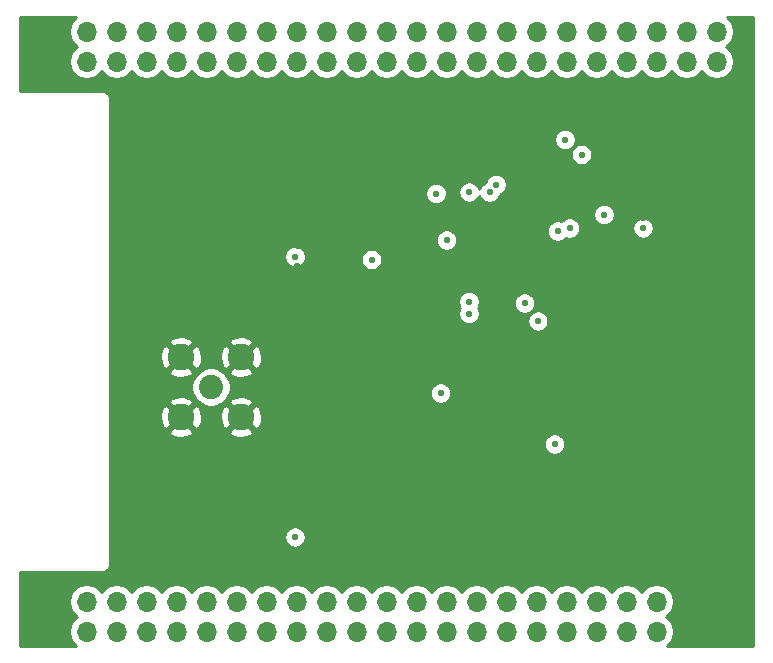
<source format=gbr>
%TF.GenerationSoftware,KiCad,Pcbnew,(5.1.9)-1*%
%TF.CreationDate,2021-09-23T16:30:07-05:00*%
%TF.ProjectId,zigbeeCape,7a696762-6565-4436-9170-652e6b696361,rev?*%
%TF.SameCoordinates,Original*%
%TF.FileFunction,Copper,L2,Inr*%
%TF.FilePolarity,Positive*%
%FSLAX46Y46*%
G04 Gerber Fmt 4.6, Leading zero omitted, Abs format (unit mm)*
G04 Created by KiCad (PCBNEW (5.1.9)-1) date 2021-09-23 16:30:07*
%MOMM*%
%LPD*%
G01*
G04 APERTURE LIST*
%TA.AperFunction,ComponentPad*%
%ADD10C,0.515000*%
%TD*%
%TA.AperFunction,ComponentPad*%
%ADD11C,0.600000*%
%TD*%
%TA.AperFunction,ComponentPad*%
%ADD12C,2.050000*%
%TD*%
%TA.AperFunction,ComponentPad*%
%ADD13C,2.250000*%
%TD*%
%TA.AperFunction,ComponentPad*%
%ADD14R,1.700000X1.700000*%
%TD*%
%TA.AperFunction,ComponentPad*%
%ADD15O,1.700000X1.700000*%
%TD*%
%TA.AperFunction,ViaPad*%
%ADD16C,0.558800*%
%TD*%
%TA.AperFunction,Conductor*%
%ADD17C,0.254000*%
%TD*%
%TA.AperFunction,Conductor*%
%ADD18C,0.100000*%
%TD*%
G04 APERTURE END LIST*
D10*
%TO.N,GND*%
%TO.C,U1*%
X43670000Y32400000D03*
X43670000Y33430000D03*
X43670000Y34460000D03*
X43670000Y35490000D03*
X43670000Y36520000D03*
X42640000Y32400000D03*
X42640000Y33430000D03*
X42640000Y34460000D03*
X42640000Y35490000D03*
X42640000Y36520000D03*
X41610000Y32400000D03*
X41610000Y33430000D03*
X41610000Y34460000D03*
X41610000Y35490000D03*
X41610000Y36520000D03*
X40580000Y32400000D03*
X40580000Y33430000D03*
X40580000Y34460000D03*
X40580000Y35490000D03*
X40580000Y36520000D03*
X39550000Y32400000D03*
X39550000Y33430000D03*
X39550000Y34460000D03*
X39550000Y35490000D03*
X39550000Y36520000D03*
%TD*%
D11*
%TO.N,GND*%
%TO.C,REF\u002A\u002A*%
X46863000Y22479000D03*
%TD*%
%TO.N,GND*%
%TO.C,REF\u002A\u002A*%
X44196000Y25146000D03*
%TD*%
%TO.N,GND*%
%TO.C,REF\u002A\u002A*%
X47117000Y27559000D03*
%TD*%
%TO.N,GND*%
%TO.C,REF\u002A\u002A*%
X47244000Y33528000D03*
%TD*%
%TO.N,GND*%
%TO.C,REF\u002A\u002A*%
X40132000Y45720000D03*
%TD*%
%TO.N,GND*%
%TO.C,REF\u002A\u002A*%
X37592000Y45974000D03*
%TD*%
%TO.N,GND*%
%TO.C,REF\u002A\u002A*%
X40132000Y48006000D03*
%TD*%
%TO.N,GND*%
%TO.C,REF\u002A\u002A*%
X37592000Y48006000D03*
%TD*%
%TO.N,GND*%
%TO.C,REF\u002A\u002A*%
X46609000Y41656000D03*
%TD*%
%TO.N,GND*%
%TO.C,REF\u002A\u002A*%
X44958000Y43180000D03*
%TD*%
%TO.N,GND*%
%TO.C,REF\u002A\u002A*%
X42291000Y43815000D03*
%TD*%
%TO.N,GND*%
%TO.C,REF\u002A\u002A*%
X44831000Y45466000D03*
%TD*%
%TO.N,GND*%
%TO.C,REF\u002A\u002A*%
X42291000Y45466000D03*
%TD*%
%TO.N,GND*%
%TO.C,REF\u002A\u002A*%
X44831000Y48006000D03*
%TD*%
%TO.N,GND*%
%TO.C,REF\u002A\u002A*%
X34290000Y43561000D03*
%TD*%
%TO.N,GND*%
%TO.C,REF\u002A\u002A*%
X31750000Y43561000D03*
%TD*%
%TO.N,GND*%
%TO.C,REF\u002A\u002A*%
X29591000Y42926000D03*
%TD*%
%TO.N,GND*%
%TO.C,REF\u002A\u002A*%
X34671000Y45466000D03*
%TD*%
%TO.N,GND*%
%TO.C,REF\u002A\u002A*%
X32131000Y45466000D03*
%TD*%
%TO.N,GND*%
%TO.C,REF\u002A\u002A*%
X29591000Y45466000D03*
%TD*%
%TO.N,GND*%
%TO.C,REF\u002A\u002A*%
X34671000Y48006000D03*
%TD*%
%TO.N,GND*%
%TO.C,REF\u002A\u002A*%
X32131000Y48006000D03*
%TD*%
D12*
%TO.N,Net-(C31-Pad2)*%
%TO.C,U3*%
X16891000Y22606000D03*
D13*
%TO.N,GND*%
X19431000Y20066000D03*
X19431000Y25146000D03*
X14351000Y25146000D03*
X14351000Y20066000D03*
%TD*%
D11*
%TO.N,GND*%
%TO.C,REF\u002A\u002A*%
X25273000Y35433000D03*
%TD*%
%TO.N,GND*%
%TO.C,REF\u002A\u002A*%
X28194000Y35560000D03*
%TD*%
%TO.N,GND*%
%TO.C,REF\u002A\u002A*%
X26670000Y34290000D03*
%TD*%
%TO.N,GND*%
%TO.C,REF\u002A\u002A*%
X27559000Y36957000D03*
%TD*%
%TO.N,GND*%
%TO.C,REF\u002A\u002A*%
X30480000Y36576000D03*
%TD*%
%TO.N,GND*%
%TO.C,REF\u002A\u002A*%
X29210000Y38100000D03*
%TD*%
%TO.N,GND*%
%TO.C,REF\u002A\u002A*%
X27305000Y38608000D03*
%TD*%
%TO.N,GND*%
%TO.C,REF\u002A\u002A*%
X28448000Y39751000D03*
%TD*%
%TO.N,GND*%
%TO.C,REF\u002A\u002A*%
X30099000Y39751000D03*
%TD*%
%TO.N,GND*%
%TO.C,REF\u002A\u002A*%
X31115000Y38481000D03*
%TD*%
%TO.N,GND*%
%TO.C,REF\u002A\u002A*%
X32766000Y35687000D03*
%TD*%
%TO.N,GND*%
%TO.C,REF\u002A\u002A*%
X29718000Y34671000D03*
%TD*%
%TO.N,GND*%
%TO.C,REF\u002A\u002A*%
X27940000Y33274000D03*
%TD*%
%TO.N,GND*%
%TO.C,REF\u002A\u002A*%
X26035000Y31877000D03*
%TD*%
%TO.N,GND*%
%TO.C,REF\u002A\u002A*%
X25781000Y29972000D03*
%TD*%
%TO.N,GND*%
%TO.C,REF\u002A\u002A*%
X24384000Y31242000D03*
%TD*%
%TO.N,GND*%
%TO.C,REF\u002A\u002A*%
X30226000Y27940000D03*
%TD*%
%TO.N,GND*%
%TO.C,REF\u002A\u002A*%
X32639000Y28194000D03*
%TD*%
%TO.N,GND*%
%TO.C,REF\u002A\u002A*%
X31242000Y26797000D03*
%TD*%
%TO.N,GND*%
%TO.C,REF\u002A\u002A*%
X28702000Y26416000D03*
%TD*%
%TO.N,GND*%
%TO.C,REF\u002A\u002A*%
X28829000Y23876000D03*
%TD*%
%TO.N,GND*%
%TO.C,REF\u002A\u002A*%
X25654000Y10287000D03*
%TD*%
%TO.N,GND*%
%TO.C,REF\u002A\u002A*%
X15875000Y9144000D03*
%TD*%
%TO.N,GND*%
%TO.C,REF\u002A\u002A*%
X12954000Y9144000D03*
%TD*%
%TO.N,GND*%
%TO.C,REF\u002A\u002A*%
X31750000Y16383000D03*
%TD*%
%TO.N,GND*%
%TO.C,REF\u002A\u002A*%
X31750000Y18796000D03*
%TD*%
%TO.N,GND*%
%TO.C,REF\u002A\u002A*%
X29591000Y19939000D03*
%TD*%
%TO.N,GND*%
%TO.C,REF\u002A\u002A*%
X29464000Y17526000D03*
%TD*%
%TO.N,GND*%
%TO.C,REF\u002A\u002A*%
X29464000Y14986000D03*
%TD*%
%TO.N,GND*%
%TO.C,REF\u002A\u002A*%
X27051000Y12446000D03*
%TD*%
%TO.N,GND*%
%TO.C,REF\u002A\u002A*%
X24511000Y12446000D03*
%TD*%
%TO.N,GND*%
%TO.C,REF\u002A\u002A*%
X21971000Y12446000D03*
%TD*%
%TO.N,GND*%
%TO.C,REF\u002A\u002A*%
X19431000Y12446000D03*
%TD*%
%TO.N,GND*%
%TO.C,REF\u002A\u002A*%
X16891000Y12446000D03*
%TD*%
%TO.N,GND*%
%TO.C,REF\u002A\u002A*%
X14351000Y12446000D03*
%TD*%
%TO.N,GND*%
%TO.C,REF\u002A\u002A*%
X11811000Y12446000D03*
%TD*%
%TO.N,GND*%
%TO.C,REF\u002A\u002A*%
X9271000Y12446000D03*
%TD*%
%TO.N,GND*%
%TO.C,REF\u002A\u002A*%
X27051000Y14986000D03*
%TD*%
%TO.N,GND*%
%TO.C,REF\u002A\u002A*%
X24511000Y14986000D03*
%TD*%
%TO.N,GND*%
%TO.C,REF\u002A\u002A*%
X21971000Y14986000D03*
%TD*%
%TO.N,GND*%
%TO.C,REF\u002A\u002A*%
X19431000Y14986000D03*
%TD*%
%TO.N,GND*%
%TO.C,REF\u002A\u002A*%
X16891000Y14986000D03*
%TD*%
%TO.N,GND*%
%TO.C,REF\u002A\u002A*%
X14351000Y14986000D03*
%TD*%
%TO.N,GND*%
%TO.C,REF\u002A\u002A*%
X11811000Y14986000D03*
%TD*%
%TO.N,GND*%
%TO.C,REF\u002A\u002A*%
X9271000Y14986000D03*
%TD*%
%TO.N,GND*%
%TO.C,REF\u002A\u002A*%
X27051000Y17526000D03*
%TD*%
%TO.N,GND*%
%TO.C,REF\u002A\u002A*%
X24511000Y17526000D03*
%TD*%
%TO.N,GND*%
%TO.C,REF\u002A\u002A*%
X21971000Y17526000D03*
%TD*%
%TO.N,GND*%
%TO.C,REF\u002A\u002A*%
X19431000Y17526000D03*
%TD*%
%TO.N,GND*%
%TO.C,REF\u002A\u002A*%
X16891000Y17526000D03*
%TD*%
%TO.N,GND*%
%TO.C,REF\u002A\u002A*%
X14351000Y17526000D03*
%TD*%
%TO.N,GND*%
%TO.C,REF\u002A\u002A*%
X11811000Y17526000D03*
%TD*%
%TO.N,GND*%
%TO.C,REF\u002A\u002A*%
X9271000Y17526000D03*
%TD*%
%TO.N,GND*%
%TO.C,REF\u002A\u002A*%
X27051000Y20066000D03*
%TD*%
%TO.N,GND*%
%TO.C,REF\u002A\u002A*%
X24511000Y20066000D03*
%TD*%
%TO.N,GND*%
%TO.C,REF\u002A\u002A*%
X21971000Y20066000D03*
%TD*%
%TO.N,GND*%
%TO.C,REF\u002A\u002A*%
X16891000Y20066000D03*
%TD*%
%TO.N,GND*%
%TO.C,REF\u002A\u002A*%
X11811000Y20066000D03*
%TD*%
%TO.N,GND*%
%TO.C,REF\u002A\u002A*%
X9271000Y20066000D03*
%TD*%
%TO.N,GND*%
%TO.C,REF\u002A\u002A*%
X27051000Y22606000D03*
%TD*%
%TO.N,GND*%
%TO.C,REF\u002A\u002A*%
X24511000Y22606000D03*
%TD*%
%TO.N,GND*%
%TO.C,REF\u002A\u002A*%
X21971000Y22606000D03*
%TD*%
%TO.N,GND*%
%TO.C,REF\u002A\u002A*%
X19431000Y22606000D03*
%TD*%
%TO.N,GND*%
%TO.C,REF\u002A\u002A*%
X14351000Y22606000D03*
%TD*%
%TO.N,GND*%
%TO.C,REF\u002A\u002A*%
X11811000Y22606000D03*
%TD*%
%TO.N,GND*%
%TO.C,REF\u002A\u002A*%
X9271000Y22606000D03*
%TD*%
%TO.N,GND*%
%TO.C,REF\u002A\u002A*%
X27051000Y25146000D03*
%TD*%
%TO.N,GND*%
%TO.C,REF\u002A\u002A*%
X24511000Y25146000D03*
%TD*%
%TO.N,GND*%
%TO.C,REF\u002A\u002A*%
X21971000Y25146000D03*
%TD*%
%TO.N,GND*%
%TO.C,REF\u002A\u002A*%
X11811000Y25146000D03*
%TD*%
%TO.N,GND*%
%TO.C,REF\u002A\u002A*%
X9271000Y25146000D03*
%TD*%
%TO.N,GND*%
%TO.C,REF\u002A\u002A*%
X27051000Y27686000D03*
%TD*%
%TO.N,GND*%
%TO.C,REF\u002A\u002A*%
X21971000Y27686000D03*
%TD*%
%TO.N,GND*%
%TO.C,REF\u002A\u002A*%
X19431000Y27686000D03*
%TD*%
%TO.N,GND*%
%TO.C,REF\u002A\u002A*%
X16891000Y27686000D03*
%TD*%
%TO.N,GND*%
%TO.C,REF\u002A\u002A*%
X14351000Y27686000D03*
%TD*%
%TO.N,GND*%
%TO.C,REF\u002A\u002A*%
X11811000Y27686000D03*
%TD*%
%TO.N,GND*%
%TO.C,REF\u002A\u002A*%
X9271000Y27686000D03*
%TD*%
%TO.N,GND*%
%TO.C,REF\u002A\u002A*%
X21971000Y30226000D03*
%TD*%
%TO.N,GND*%
%TO.C,REF\u002A\u002A*%
X16891000Y30226000D03*
%TD*%
%TO.N,GND*%
%TO.C,REF\u002A\u002A*%
X14351000Y30226000D03*
%TD*%
%TO.N,GND*%
%TO.C,REF\u002A\u002A*%
X11811000Y30226000D03*
%TD*%
%TO.N,GND*%
%TO.C,REF\u002A\u002A*%
X9271000Y30226000D03*
%TD*%
%TO.N,GND*%
%TO.C,REF\u002A\u002A*%
X19431000Y32766000D03*
%TD*%
%TO.N,GND*%
%TO.C,REF\u002A\u002A*%
X16891000Y32766000D03*
%TD*%
%TO.N,GND*%
%TO.C,REF\u002A\u002A*%
X14351000Y32766000D03*
%TD*%
%TO.N,GND*%
%TO.C,REF\u002A\u002A*%
X11811000Y32766000D03*
%TD*%
%TO.N,GND*%
%TO.C,REF\u002A\u002A*%
X9271000Y32766000D03*
%TD*%
%TO.N,GND*%
%TO.C,REF\u002A\u002A*%
X21590000Y35306000D03*
%TD*%
%TO.N,GND*%
%TO.C,REF\u002A\u002A*%
X19431000Y35306000D03*
%TD*%
%TO.N,GND*%
%TO.C,REF\u002A\u002A*%
X16891000Y35306000D03*
%TD*%
%TO.N,GND*%
%TO.C,REF\u002A\u002A*%
X14351000Y35306000D03*
%TD*%
%TO.N,GND*%
%TO.C,REF\u002A\u002A*%
X11811000Y35306000D03*
%TD*%
%TO.N,GND*%
%TO.C,REF\u002A\u002A*%
X9271000Y35306000D03*
%TD*%
%TO.N,GND*%
%TO.C,REF\u002A\u002A*%
X21971000Y37846000D03*
%TD*%
%TO.N,GND*%
%TO.C,REF\u002A\u002A*%
X19431000Y37846000D03*
%TD*%
%TO.N,GND*%
%TO.C,REF\u002A\u002A*%
X16891000Y37846000D03*
%TD*%
%TO.N,GND*%
%TO.C,REF\u002A\u002A*%
X14351000Y37846000D03*
%TD*%
%TO.N,GND*%
%TO.C,REF\u002A\u002A*%
X11811000Y37846000D03*
%TD*%
%TO.N,GND*%
%TO.C,REF\u002A\u002A*%
X9271000Y37846000D03*
%TD*%
%TO.N,GND*%
%TO.C,REF\u002A\u002A*%
X24511000Y40386000D03*
%TD*%
%TO.N,GND*%
%TO.C,REF\u002A\u002A*%
X21971000Y40386000D03*
%TD*%
%TO.N,GND*%
%TO.C,REF\u002A\u002A*%
X19431000Y40386000D03*
%TD*%
%TO.N,GND*%
%TO.C,REF\u002A\u002A*%
X16891000Y40386000D03*
%TD*%
%TO.N,GND*%
%TO.C,REF\u002A\u002A*%
X14351000Y40386000D03*
%TD*%
%TO.N,GND*%
%TO.C,REF\u002A\u002A*%
X11811000Y40386000D03*
%TD*%
%TO.N,GND*%
%TO.C,REF\u002A\u002A*%
X9271000Y40386000D03*
%TD*%
%TO.N,GND*%
%TO.C,REF\u002A\u002A*%
X27051000Y42926000D03*
%TD*%
%TO.N,GND*%
%TO.C,REF\u002A\u002A*%
X24511000Y42926000D03*
%TD*%
%TO.N,GND*%
%TO.C,REF\u002A\u002A*%
X21971000Y42926000D03*
%TD*%
%TO.N,GND*%
%TO.C,REF\u002A\u002A*%
X19431000Y42926000D03*
%TD*%
%TO.N,GND*%
%TO.C,REF\u002A\u002A*%
X16891000Y42926000D03*
%TD*%
%TO.N,GND*%
%TO.C,REF\u002A\u002A*%
X14351000Y42926000D03*
%TD*%
%TO.N,GND*%
%TO.C,REF\u002A\u002A*%
X11811000Y42926000D03*
%TD*%
%TO.N,GND*%
%TO.C,REF\u002A\u002A*%
X9271000Y42926000D03*
%TD*%
%TO.N,GND*%
%TO.C,REF\u002A\u002A*%
X27051000Y45466000D03*
%TD*%
%TO.N,GND*%
%TO.C,REF\u002A\u002A*%
X24511000Y45466000D03*
%TD*%
%TO.N,GND*%
%TO.C,REF\u002A\u002A*%
X21971000Y45466000D03*
%TD*%
%TO.N,GND*%
%TO.C,REF\u002A\u002A*%
X19431000Y45466000D03*
%TD*%
%TO.N,GND*%
%TO.C,REF\u002A\u002A*%
X16891000Y45466000D03*
%TD*%
%TO.N,GND*%
%TO.C,REF\u002A\u002A*%
X14351000Y45466000D03*
%TD*%
%TO.N,GND*%
%TO.C,REF\u002A\u002A*%
X11811000Y45466000D03*
%TD*%
%TO.N,GND*%
%TO.C,REF\u002A\u002A*%
X9271000Y45466000D03*
%TD*%
%TO.N,GND*%
%TO.C,REF\u002A\u002A*%
X27051000Y48006000D03*
%TD*%
%TO.N,GND*%
%TO.C,REF\u002A\u002A*%
X24511000Y48006000D03*
%TD*%
%TO.N,GND*%
%TO.C,REF\u002A\u002A*%
X21971000Y48006000D03*
%TD*%
%TO.N,GND*%
%TO.C,REF\u002A\u002A*%
X19431000Y48006000D03*
%TD*%
%TO.N,GND*%
%TO.C,REF\u002A\u002A*%
X16891000Y48006000D03*
%TD*%
%TO.N,GND*%
%TO.C,REF\u002A\u002A*%
X14351000Y48006000D03*
%TD*%
%TO.N,GND*%
%TO.C,REF\u002A\u002A*%
X11811000Y48006000D03*
%TD*%
%TO.N,GND*%
%TO.C,REF\u002A\u002A*%
X52324000Y41783000D03*
%TD*%
%TO.N,GND*%
%TO.C,REF\u002A\u002A*%
X56388000Y42672000D03*
%TD*%
%TO.N,GND*%
%TO.C,REF\u002A\u002A*%
X58293000Y41402000D03*
%TD*%
%TO.N,GND*%
%TO.C,REF\u002A\u002A*%
X51562000Y45339000D03*
%TD*%
%TO.N,GND*%
%TO.C,REF\u002A\u002A*%
X54737000Y44958000D03*
%TD*%
%TO.N,GND*%
%TO.C,REF\u002A\u002A*%
X57912000Y44831000D03*
%TD*%
%TO.N,GND*%
%TO.C,REF\u002A\u002A*%
X60071000Y30353000D03*
%TD*%
%TO.N,GND*%
%TO.C,REF\u002A\u002A*%
X59817000Y33401000D03*
%TD*%
%TO.N,GND*%
%TO.C,REF\u002A\u002A*%
X57658000Y31623000D03*
%TD*%
%TO.N,GND*%
%TO.C,REF\u002A\u002A*%
X57658000Y29718000D03*
%TD*%
%TO.N,GND*%
%TO.C,REF\u002A\u002A*%
X54483000Y29591000D03*
%TD*%
%TO.N,GND*%
%TO.C,REF\u002A\u002A*%
X57404000Y27305000D03*
%TD*%
%TO.N,GND*%
%TO.C,REF\u002A\u002A*%
X54356000Y27432000D03*
%TD*%
%TO.N,GND*%
%TO.C,REF\u002A\u002A*%
X57404000Y20447000D03*
%TD*%
%TO.N,GND*%
%TO.C,REF\u002A\u002A*%
X54229000Y20447000D03*
%TD*%
%TO.N,GND*%
%TO.C,REF\u002A\u002A*%
X44577000Y8890000D03*
%TD*%
%TO.N,GND*%
%TO.C,REF\u002A\u002A*%
X47244000Y11176000D03*
%TD*%
%TO.N,GND*%
%TO.C,REF\u002A\u002A*%
X50292000Y8382000D03*
%TD*%
%TO.N,GND*%
%TO.C,REF\u002A\u002A*%
X46482000Y14478000D03*
%TD*%
%TO.N,GND*%
%TO.C,REF\u002A\u002A*%
X49149000Y14732000D03*
%TD*%
%TO.N,GND*%
%TO.C,REF\u002A\u002A*%
X42672000Y13335000D03*
%TD*%
%TO.N,GND*%
%TO.C,REF\u002A\u002A*%
X42545000Y19939000D03*
%TD*%
%TO.N,GND*%
%TO.C,REF\u002A\u002A*%
X41529000Y22479000D03*
%TD*%
%TO.N,GND*%
%TO.C,REF\u002A\u002A*%
X41275000Y9652000D03*
%TD*%
%TO.N,GND*%
%TO.C,REF\u002A\u002A*%
X38100000Y6350000D03*
%TD*%
%TO.N,GND*%
%TO.C,REF\u002A\u002A*%
X57531000Y12065000D03*
%TD*%
%TO.N,GND*%
%TO.C,REF\u002A\u002A*%
X54229000Y12065000D03*
%TD*%
%TO.N,GND*%
%TO.C,REF\u002A\u002A*%
X62103000Y51054000D03*
%TD*%
%TO.N,GND*%
%TO.C,REF\u002A\u002A*%
X62103000Y53340000D03*
%TD*%
%TO.N,GND*%
%TO.C,REF\u002A\u002A*%
X48387000Y25273000D03*
%TD*%
%TO.N,GND*%
%TO.C,REF\u002A\u002A*%
X9271000Y32766000D03*
%TD*%
%TO.N,GND*%
%TO.C,REF\u002A\u002A*%
X60071000Y48006000D03*
%TD*%
%TO.N,GND*%
%TO.C,REF\u002A\u002A*%
X59563000Y6477000D03*
%TD*%
%TO.N,GND*%
%TO.C,REF\u002A\u002A*%
X57023000Y6477000D03*
%TD*%
%TO.N,GND*%
%TO.C,REF\u002A\u002A*%
X54483000Y6477000D03*
%TD*%
%TO.N,GND*%
%TO.C,REF\u002A\u002A*%
X51816000Y6477000D03*
%TD*%
%TO.N,GND*%
%TO.C,REF\u002A\u002A*%
X49530000Y6477000D03*
%TD*%
%TO.N,GND*%
%TO.C,REF\u002A\u002A*%
X46990000Y6477000D03*
%TD*%
%TO.N,GND*%
%TO.C,REF\u002A\u002A*%
X44450000Y6477000D03*
%TD*%
%TO.N,GND*%
%TO.C,REF\u002A\u002A*%
X41910000Y6477000D03*
%TD*%
%TO.N,GND*%
%TO.C,REF\u002A\u002A*%
X22733000Y6477000D03*
%TD*%
%TO.N,GND*%
%TO.C,REF\u002A\u002A*%
X20193000Y6477000D03*
%TD*%
%TO.N,GND*%
%TO.C,REF\u002A\u002A*%
X17653000Y6477000D03*
%TD*%
%TO.N,GND*%
%TO.C,REF\u002A\u002A*%
X15113000Y6477000D03*
%TD*%
%TO.N,GND*%
%TO.C,REF\u002A\u002A*%
X12700000Y6477000D03*
%TD*%
%TO.N,GND*%
%TO.C,REF\u002A\u002A*%
X9271000Y48006000D03*
%TD*%
D14*
%TO.N,GND*%
%TO.C,U5*%
X3810000Y1905000D03*
D15*
X3810000Y4445000D03*
%TO.N,+3V3*%
X6350000Y1905000D03*
X6350000Y4445000D03*
%TO.N,Net-(U5-Pad5)*%
X8890000Y1905000D03*
%TO.N,Net-(U5-Pad6)*%
X8890000Y4445000D03*
%TO.N,Net-(U5-Pad7)*%
X11430000Y1905000D03*
%TO.N,Net-(U5-Pad8)*%
X11430000Y4445000D03*
%TO.N,Net-(U5-Pad9)*%
X13970000Y1905000D03*
%TO.N,/BeagleBone_Headers/BeagleBone_Reset*%
X13970000Y4445000D03*
%TO.N,Net-(U5-Pad11)*%
X16510000Y1905000D03*
%TO.N,Net-(U5-Pad12)*%
X16510000Y4445000D03*
%TO.N,Net-(U5-Pad13)*%
X19050000Y1905000D03*
%TO.N,Net-(U5-Pad14)*%
X19050000Y4445000D03*
%TO.N,Net-(U5-Pad15)*%
X21590000Y1905000D03*
%TO.N,Net-(U5-Pad16)*%
X21590000Y4445000D03*
%TO.N,SPI_CS*%
X24130000Y1905000D03*
%TO.N,SPI_MOSI*%
X24130000Y4445000D03*
%TO.N,I2C2_SCL*%
X26670000Y1905000D03*
%TO.N,I2C2_SDA*%
X26670000Y4445000D03*
%TO.N,SPI_MISO*%
X29210000Y1905000D03*
%TO.N,SPI_CLK*%
X29210000Y4445000D03*
%TO.N,Net-(U5-Pad23)*%
X31750000Y1905000D03*
%TO.N,UART_TX*%
X31750000Y4445000D03*
%TO.N,Net-(U5-Pad25)*%
X34290000Y1905000D03*
%TO.N,UART_RX*%
X34290000Y4445000D03*
%TO.N,Net-(U5-Pad27)*%
X36830000Y1905000D03*
%TO.N,Net-(U5-Pad28)*%
X36830000Y4445000D03*
%TO.N,Net-(U5-Pad29)*%
X39370000Y1905000D03*
%TO.N,Network_Connect*%
X39370000Y4445000D03*
%TO.N,Net-(U5-Pad31)*%
X41910000Y1905000D03*
%TO.N,Net-(U5-Pad32)*%
X41910000Y4445000D03*
%TO.N,Net-(U5-Pad33)*%
X44450000Y1905000D03*
%TO.N,Net-(U5-Pad34)*%
X44450000Y4445000D03*
%TO.N,Net-(U5-Pad35)*%
X46990000Y1905000D03*
%TO.N,Net-(U5-Pad36)*%
X46990000Y4445000D03*
%TO.N,Net-(U5-Pad37)*%
X49530000Y1905000D03*
%TO.N,Net-(U5-Pad38)*%
X49530000Y4445000D03*
%TO.N,Net-(U5-Pad39)*%
X52070000Y1905000D03*
%TO.N,Net-(U5-Pad40)*%
X52070000Y4445000D03*
%TO.N,Lan_HeartBeat*%
X54610000Y1905000D03*
%TO.N,Net-(U5-Pad42)*%
X54610000Y4445000D03*
%TO.N,GND*%
X57150000Y1905000D03*
X57150000Y4445000D03*
X59690000Y1905000D03*
X59690000Y4445000D03*
%TD*%
D11*
%TO.N,GND*%
%TO.C,REF\u002A\u002A*%
X9271000Y6477000D03*
%TD*%
%TO.N,GND*%
%TO.C,REF\u002A\u002A*%
X9271000Y9144000D03*
%TD*%
%TO.N,GND*%
%TO.C,REF\u002A\u002A*%
X9271000Y12446000D03*
%TD*%
%TO.N,GND*%
%TO.C,REF\u002A\u002A*%
X9271000Y14986000D03*
%TD*%
%TO.N,GND*%
%TO.C,REF\u002A\u002A*%
X9271000Y17526000D03*
%TD*%
%TO.N,GND*%
%TO.C,REF\u002A\u002A*%
X9271000Y20066000D03*
%TD*%
%TO.N,GND*%
%TO.C,REF\u002A\u002A*%
X9271000Y22606000D03*
%TD*%
%TO.N,GND*%
%TO.C,REF\u002A\u002A*%
X9271000Y25146000D03*
%TD*%
%TO.N,GND*%
%TO.C,REF\u002A\u002A*%
X9271000Y27686000D03*
%TD*%
%TO.N,GND*%
%TO.C,REF\u002A\u002A*%
X9271000Y30226000D03*
%TD*%
%TO.N,GND*%
%TO.C,REF\u002A\u002A*%
X9271000Y35306000D03*
%TD*%
%TO.N,GND*%
%TO.C,REF\u002A\u002A*%
X9271000Y37846000D03*
%TD*%
%TO.N,GND*%
%TO.C,REF\u002A\u002A*%
X9271000Y40386000D03*
%TD*%
%TO.N,GND*%
%TO.C,REF\u002A\u002A*%
X9271000Y42926000D03*
%TD*%
%TO.N,GND*%
%TO.C,REF\u002A\u002A*%
X9271000Y45466000D03*
%TD*%
%TO.N,GND*%
%TO.C,REF\u002A\u002A*%
X62103000Y6096000D03*
%TD*%
%TO.N,GND*%
%TO.C,REF\u002A\u002A*%
X62103000Y12446000D03*
%TD*%
%TO.N,GND*%
%TO.C,REF\u002A\u002A*%
X62103000Y7874000D03*
%TD*%
%TO.N,GND*%
%TO.C,REF\u002A\u002A*%
X62103000Y9906000D03*
%TD*%
%TO.N,GND*%
%TO.C,REF\u002A\u002A*%
X62103000Y14986000D03*
%TD*%
%TO.N,GND*%
%TO.C,REF\u002A\u002A*%
X62103000Y17526000D03*
%TD*%
%TO.N,GND*%
%TO.C,REF\u002A\u002A*%
X62103000Y20066000D03*
%TD*%
%TO.N,GND*%
%TO.C,REF\u002A\u002A*%
X62103000Y22606000D03*
%TD*%
%TO.N,GND*%
%TO.C,REF\u002A\u002A*%
X62103000Y25146000D03*
%TD*%
%TO.N,GND*%
%TO.C,REF\u002A\u002A*%
X62103000Y27686000D03*
%TD*%
%TO.N,GND*%
%TO.C,REF\u002A\u002A*%
X62103000Y30226000D03*
%TD*%
%TO.N,GND*%
%TO.C,REF\u002A\u002A*%
X62103000Y32766000D03*
%TD*%
%TO.N,GND*%
%TO.C,REF\u002A\u002A*%
X62103000Y35306000D03*
%TD*%
%TO.N,GND*%
%TO.C,REF\u002A\u002A*%
X62103000Y37846000D03*
%TD*%
%TO.N,GND*%
%TO.C,REF\u002A\u002A*%
X62103000Y40386000D03*
%TD*%
%TO.N,GND*%
%TO.C,REF\u002A\u002A*%
X62103000Y42926000D03*
%TD*%
%TO.N,GND*%
%TO.C,REF\u002A\u002A*%
X62103000Y45466000D03*
%TD*%
%TO.N,GND*%
%TO.C,REF\u002A\u002A*%
X62103000Y48006000D03*
%TD*%
%TO.N,GND*%
%TO.C,REF\u002A\u002A*%
X54991000Y48006000D03*
%TD*%
%TO.N,GND*%
%TO.C,REF\u002A\u002A*%
X57531000Y48006000D03*
%TD*%
%TO.N,GND*%
%TO.C,REF\u002A\u002A*%
X52451000Y48006000D03*
%TD*%
%TO.N,GND*%
%TO.C,REF\u002A\u002A*%
X49911000Y48006000D03*
%TD*%
%TO.N,GND*%
%TO.C,REF\u002A\u002A*%
X47371000Y48006000D03*
%TD*%
%TO.N,GND*%
%TO.C,REF\u002A\u002A*%
X44831000Y48006000D03*
%TD*%
%TO.N,GND*%
%TO.C,REF\u002A\u002A*%
X42291000Y48006000D03*
%TD*%
%TO.N,GND*%
%TO.C,REF\u002A\u002A*%
X34671000Y48006000D03*
%TD*%
%TO.N,GND*%
%TO.C,REF\u002A\u002A*%
X32131000Y48006000D03*
%TD*%
%TO.N,GND*%
%TO.C,REF\u002A\u002A*%
X29591000Y48006000D03*
%TD*%
%TO.N,GND*%
%TO.C,REF\u002A\u002A*%
X27051000Y48006000D03*
%TD*%
%TO.N,GND*%
%TO.C,REF\u002A\u002A*%
X24511000Y48006000D03*
%TD*%
%TO.N,GND*%
%TO.C,REF\u002A\u002A*%
X21971000Y48006000D03*
%TD*%
%TO.N,GND*%
%TO.C,REF\u002A\u002A*%
X19431000Y48006000D03*
%TD*%
%TO.N,GND*%
%TO.C,REF\u002A\u002A*%
X16891000Y48006000D03*
%TD*%
%TO.N,GND*%
%TO.C,REF\u002A\u002A*%
X14351000Y48006000D03*
%TD*%
%TO.N,GND*%
%TO.C,REF\u002A\u002A*%
X11811000Y48006000D03*
%TD*%
D15*
%TO.N,Net-(U4-Pad46)*%
%TO.C,U4*%
X59690000Y52705000D03*
%TO.N,Net-(U4-Pad45)*%
X59690000Y50165000D03*
%TO.N,Net-(U4-Pad44)*%
X57150000Y52705000D03*
%TO.N,Net-(U4-Pad43)*%
X57150000Y50165000D03*
%TO.N,Net-(U4-Pad42)*%
X54610000Y52705000D03*
%TO.N,Net-(U4-Pad41)*%
X54610000Y50165000D03*
%TO.N,Net-(U4-Pad40)*%
X52070000Y52705000D03*
%TO.N,Net-(U4-Pad39)*%
X52070000Y50165000D03*
%TO.N,Net-(U4-Pad38)*%
X49530000Y52705000D03*
%TO.N,Net-(U4-Pad37)*%
X49530000Y50165000D03*
%TO.N,Net-(U4-Pad36)*%
X46990000Y52705000D03*
%TO.N,Net-(U4-Pad35)*%
X46990000Y50165000D03*
%TO.N,Net-(U4-Pad34)*%
X44450000Y52705000D03*
%TO.N,Net-(U4-Pad33)*%
X44450000Y50165000D03*
%TO.N,Net-(U4-Pad32)*%
X41910000Y52705000D03*
%TO.N,Net-(U4-Pad31)*%
X41910000Y50165000D03*
%TO.N,Net-(U4-Pad30)*%
X39370000Y52705000D03*
%TO.N,Net-(U4-Pad29)*%
X39370000Y50165000D03*
%TO.N,Net-(U4-Pad28)*%
X36830000Y52705000D03*
%TO.N,Net-(U4-Pad27)*%
X36830000Y50165000D03*
%TO.N,Net-(U4-Pad26)*%
X34290000Y52705000D03*
%TO.N,Net-(U4-Pad25)*%
X34290000Y50165000D03*
%TO.N,Net-(U4-Pad24)*%
X31750000Y52705000D03*
%TO.N,Net-(U4-Pad23)*%
X31750000Y50165000D03*
%TO.N,Net-(U4-Pad22)*%
X29210000Y52705000D03*
%TO.N,Net-(U4-Pad21)*%
X29210000Y50165000D03*
%TO.N,Net-(U4-Pad20)*%
X26670000Y52705000D03*
%TO.N,Net-(U4-Pad19)*%
X26670000Y50165000D03*
%TO.N,Net-(U4-Pad18)*%
X24130000Y52705000D03*
%TO.N,Net-(U4-Pad17)*%
X24130000Y50165000D03*
%TO.N,Net-(U4-Pad16)*%
X21590000Y52705000D03*
%TO.N,Net-(U4-Pad15)*%
X21590000Y50165000D03*
%TO.N,Net-(U4-Pad14)*%
X19050000Y52705000D03*
%TO.N,Net-(U4-Pad13)*%
X19050000Y50165000D03*
%TO.N,Net-(U4-Pad12)*%
X16510000Y52705000D03*
%TO.N,Net-(U4-Pad11)*%
X16510000Y50165000D03*
%TO.N,Net-(U4-Pad10)*%
X13970000Y52705000D03*
%TO.N,Net-(U4-Pad9)*%
X13970000Y50165000D03*
%TO.N,Net-(U4-Pad8)*%
X11430000Y52705000D03*
%TO.N,Net-(U4-Pad7)*%
X11430000Y50165000D03*
%TO.N,Net-(U4-Pad6)*%
X8890000Y52705000D03*
%TO.N,Net-(U4-Pad5)*%
X8890000Y50165000D03*
%TO.N,Net-(U4-Pad4)*%
X6350000Y52705000D03*
%TO.N,Net-(U4-Pad3)*%
X6350000Y50165000D03*
%TO.N,GND*%
X3810000Y52705000D03*
D14*
X3810000Y50165000D03*
%TD*%
D16*
%TO.N,GND*%
X62230000Y46736000D03*
X24003000Y7874000D03*
X19812000Y10922000D03*
X16383000Y10922000D03*
X12573000Y10922000D03*
X9271000Y10922000D03*
X59944000Y14986000D03*
X59944000Y16764000D03*
X49149000Y19812000D03*
X51435000Y19812000D03*
X50673000Y18542000D03*
X53848000Y18669000D03*
X57912000Y18669000D03*
X61087000Y18669000D03*
X59944000Y23622000D03*
X49403000Y28448000D03*
X50419000Y29464000D03*
X50800000Y25527000D03*
X53975000Y25527000D03*
X58039000Y25527000D03*
X61214000Y25527000D03*
X59944000Y8255000D03*
X57912000Y10160000D03*
X53848000Y10287000D03*
X50800000Y10160000D03*
X51435000Y11430000D03*
X49276000Y11303000D03*
X45974000Y15875000D03*
X61087000Y10160000D03*
X34290000Y42291000D03*
X32639000Y42418000D03*
X32004000Y41656000D03*
X31877000Y37846000D03*
X31877000Y36576000D03*
X33274000Y36576000D03*
X24638000Y36195000D03*
X26162000Y36195000D03*
X26162000Y37592000D03*
X25654000Y40640000D03*
X25654000Y42037000D03*
X27178000Y41910000D03*
X27178000Y30099000D03*
X26670000Y30734000D03*
X27305000Y31877000D03*
X39751000Y42418000D03*
X38989000Y45085000D03*
X37592000Y38989000D03*
X36322000Y40513000D03*
X35560000Y41910000D03*
X35560000Y43434000D03*
X36830000Y44831000D03*
X47244000Y40259000D03*
X48133000Y40386000D03*
X50165000Y38989000D03*
X58166000Y46609000D03*
X54610000Y46736000D03*
X50927000Y46736000D03*
X46863000Y45339000D03*
X48133000Y46609000D03*
X51435000Y36195000D03*
X49911000Y32319600D03*
X46228000Y30988000D03*
X45593000Y28194000D03*
X47752000Y28829000D03*
X33710525Y20828000D03*
X31369000Y20701000D03*
X28829000Y20701000D03*
X24257000Y34544000D03*
X25400000Y34417000D03*
X24130000Y32893000D03*
X25527000Y32893000D03*
X53467000Y36957000D03*
X55626000Y40767000D03*
X57277000Y39116000D03*
X34417000Y30226000D03*
X34290000Y29083000D03*
X32893000Y30734000D03*
X32893000Y29464000D03*
X31623000Y29464000D03*
X43180000Y26797000D03*
X42291000Y26543000D03*
%TO.N,+3V3*%
X24003000Y9906000D03*
X45974000Y17780000D03*
X41021000Y39751000D03*
X47244000Y36068000D03*
X50165000Y37211000D03*
X48260000Y42291000D03*
X46863000Y43561000D03*
X36322000Y22098000D03*
X53467000Y36068000D03*
X38735000Y29845000D03*
X38735000Y28829000D03*
X43434000Y29718000D03*
%TO.N,VDDR*%
X38735000Y39116000D03*
X40469600Y39116000D03*
%TO.N,Net-(C15-Pad1)*%
X44577000Y28194000D03*
%TO.N,/ZigBeeFiltering/RX_TX*%
X30480000Y33401000D03*
X35941000Y38989000D03*
X36830000Y35052000D03*
%TO.N,Net-(C31-Pad1)*%
X24003000Y33655000D03*
%TO.N,DCDC_SW*%
X46228000Y35814000D03*
%TD*%
D17*
%TO.N,GND*%
X5403368Y53858475D02*
X5196525Y53651632D01*
X5034010Y53408411D01*
X4922068Y53138158D01*
X4865000Y52851260D01*
X4865000Y52558740D01*
X4922068Y52271842D01*
X5034010Y52001589D01*
X5196525Y51758368D01*
X5403368Y51551525D01*
X5577760Y51435000D01*
X5403368Y51318475D01*
X5196525Y51111632D01*
X5034010Y50868411D01*
X4922068Y50598158D01*
X4865000Y50311260D01*
X4865000Y50018740D01*
X4922068Y49731842D01*
X5034010Y49461589D01*
X5196525Y49218368D01*
X5403368Y49011525D01*
X5646589Y48849010D01*
X5916842Y48737068D01*
X6203740Y48680000D01*
X6496260Y48680000D01*
X6783158Y48737068D01*
X7053411Y48849010D01*
X7296632Y49011525D01*
X7503475Y49218368D01*
X7620000Y49392760D01*
X7736525Y49218368D01*
X7943368Y49011525D01*
X8186589Y48849010D01*
X8456842Y48737068D01*
X8743740Y48680000D01*
X9036260Y48680000D01*
X9323158Y48737068D01*
X9593411Y48849010D01*
X9836632Y49011525D01*
X10043475Y49218368D01*
X10160000Y49392760D01*
X10276525Y49218368D01*
X10483368Y49011525D01*
X10726589Y48849010D01*
X10996842Y48737068D01*
X11283740Y48680000D01*
X11576260Y48680000D01*
X11863158Y48737068D01*
X12133411Y48849010D01*
X12376632Y49011525D01*
X12583475Y49218368D01*
X12700000Y49392760D01*
X12816525Y49218368D01*
X13023368Y49011525D01*
X13266589Y48849010D01*
X13536842Y48737068D01*
X13823740Y48680000D01*
X14116260Y48680000D01*
X14403158Y48737068D01*
X14673411Y48849010D01*
X14916632Y49011525D01*
X15123475Y49218368D01*
X15240000Y49392760D01*
X15356525Y49218368D01*
X15563368Y49011525D01*
X15806589Y48849010D01*
X16076842Y48737068D01*
X16363740Y48680000D01*
X16656260Y48680000D01*
X16943158Y48737068D01*
X17213411Y48849010D01*
X17456632Y49011525D01*
X17663475Y49218368D01*
X17780000Y49392760D01*
X17896525Y49218368D01*
X18103368Y49011525D01*
X18346589Y48849010D01*
X18616842Y48737068D01*
X18903740Y48680000D01*
X19196260Y48680000D01*
X19483158Y48737068D01*
X19753411Y48849010D01*
X19996632Y49011525D01*
X20203475Y49218368D01*
X20320000Y49392760D01*
X20436525Y49218368D01*
X20643368Y49011525D01*
X20886589Y48849010D01*
X21156842Y48737068D01*
X21443740Y48680000D01*
X21736260Y48680000D01*
X22023158Y48737068D01*
X22293411Y48849010D01*
X22536632Y49011525D01*
X22743475Y49218368D01*
X22860000Y49392760D01*
X22976525Y49218368D01*
X23183368Y49011525D01*
X23426589Y48849010D01*
X23696842Y48737068D01*
X23983740Y48680000D01*
X24276260Y48680000D01*
X24563158Y48737068D01*
X24833411Y48849010D01*
X25076632Y49011525D01*
X25283475Y49218368D01*
X25400000Y49392760D01*
X25516525Y49218368D01*
X25723368Y49011525D01*
X25966589Y48849010D01*
X26236842Y48737068D01*
X26523740Y48680000D01*
X26816260Y48680000D01*
X27103158Y48737068D01*
X27373411Y48849010D01*
X27616632Y49011525D01*
X27823475Y49218368D01*
X27940000Y49392760D01*
X28056525Y49218368D01*
X28263368Y49011525D01*
X28506589Y48849010D01*
X28776842Y48737068D01*
X29063740Y48680000D01*
X29356260Y48680000D01*
X29643158Y48737068D01*
X29913411Y48849010D01*
X30156632Y49011525D01*
X30363475Y49218368D01*
X30480000Y49392760D01*
X30596525Y49218368D01*
X30803368Y49011525D01*
X31046589Y48849010D01*
X31316842Y48737068D01*
X31603740Y48680000D01*
X31896260Y48680000D01*
X32183158Y48737068D01*
X32453411Y48849010D01*
X32696632Y49011525D01*
X32903475Y49218368D01*
X33020000Y49392760D01*
X33136525Y49218368D01*
X33343368Y49011525D01*
X33586589Y48849010D01*
X33856842Y48737068D01*
X34143740Y48680000D01*
X34436260Y48680000D01*
X34723158Y48737068D01*
X34993411Y48849010D01*
X35236632Y49011525D01*
X35443475Y49218368D01*
X35560000Y49392760D01*
X35676525Y49218368D01*
X35883368Y49011525D01*
X36126589Y48849010D01*
X36396842Y48737068D01*
X36683740Y48680000D01*
X36976260Y48680000D01*
X37263158Y48737068D01*
X37533411Y48849010D01*
X37776632Y49011525D01*
X37983475Y49218368D01*
X38100000Y49392760D01*
X38216525Y49218368D01*
X38423368Y49011525D01*
X38666589Y48849010D01*
X38936842Y48737068D01*
X39223740Y48680000D01*
X39516260Y48680000D01*
X39803158Y48737068D01*
X40073411Y48849010D01*
X40316632Y49011525D01*
X40523475Y49218368D01*
X40640000Y49392760D01*
X40756525Y49218368D01*
X40963368Y49011525D01*
X41206589Y48849010D01*
X41476842Y48737068D01*
X41763740Y48680000D01*
X42056260Y48680000D01*
X42343158Y48737068D01*
X42613411Y48849010D01*
X42856632Y49011525D01*
X43063475Y49218368D01*
X43180000Y49392760D01*
X43296525Y49218368D01*
X43503368Y49011525D01*
X43746589Y48849010D01*
X44016842Y48737068D01*
X44303740Y48680000D01*
X44596260Y48680000D01*
X44883158Y48737068D01*
X45153411Y48849010D01*
X45396632Y49011525D01*
X45603475Y49218368D01*
X45720000Y49392760D01*
X45836525Y49218368D01*
X46043368Y49011525D01*
X46286589Y48849010D01*
X46556842Y48737068D01*
X46843740Y48680000D01*
X47136260Y48680000D01*
X47423158Y48737068D01*
X47693411Y48849010D01*
X47936632Y49011525D01*
X48143475Y49218368D01*
X48260000Y49392760D01*
X48376525Y49218368D01*
X48583368Y49011525D01*
X48826589Y48849010D01*
X49096842Y48737068D01*
X49383740Y48680000D01*
X49676260Y48680000D01*
X49963158Y48737068D01*
X50233411Y48849010D01*
X50476632Y49011525D01*
X50683475Y49218368D01*
X50800000Y49392760D01*
X50916525Y49218368D01*
X51123368Y49011525D01*
X51366589Y48849010D01*
X51636842Y48737068D01*
X51923740Y48680000D01*
X52216260Y48680000D01*
X52503158Y48737068D01*
X52773411Y48849010D01*
X53016632Y49011525D01*
X53223475Y49218368D01*
X53340000Y49392760D01*
X53456525Y49218368D01*
X53663368Y49011525D01*
X53906589Y48849010D01*
X54176842Y48737068D01*
X54463740Y48680000D01*
X54756260Y48680000D01*
X55043158Y48737068D01*
X55313411Y48849010D01*
X55556632Y49011525D01*
X55763475Y49218368D01*
X55880000Y49392760D01*
X55996525Y49218368D01*
X56203368Y49011525D01*
X56446589Y48849010D01*
X56716842Y48737068D01*
X57003740Y48680000D01*
X57296260Y48680000D01*
X57583158Y48737068D01*
X57853411Y48849010D01*
X58096632Y49011525D01*
X58303475Y49218368D01*
X58420000Y49392760D01*
X58536525Y49218368D01*
X58743368Y49011525D01*
X58986589Y48849010D01*
X59256842Y48737068D01*
X59543740Y48680000D01*
X59836260Y48680000D01*
X60123158Y48737068D01*
X60393411Y48849010D01*
X60636632Y49011525D01*
X60843475Y49218368D01*
X61005990Y49461589D01*
X61117932Y49731842D01*
X61175000Y50018740D01*
X61175000Y50311260D01*
X61117932Y50598158D01*
X61005990Y50868411D01*
X60843475Y51111632D01*
X60636632Y51318475D01*
X60462240Y51435000D01*
X60636632Y51551525D01*
X60843475Y51758368D01*
X61005990Y52001589D01*
X61117932Y52271842D01*
X61175000Y52558740D01*
X61175000Y52851260D01*
X61117932Y53138158D01*
X61005990Y53408411D01*
X60843475Y53651632D01*
X60636632Y53858475D01*
X60574485Y53900000D01*
X62790001Y53900000D01*
X62790000Y710000D01*
X55494485Y710000D01*
X55556632Y751525D01*
X55763475Y958368D01*
X55925990Y1201589D01*
X56037932Y1471842D01*
X56095000Y1758740D01*
X56095000Y2051260D01*
X56037932Y2338158D01*
X55925990Y2608411D01*
X55763475Y2851632D01*
X55556632Y3058475D01*
X55382240Y3175000D01*
X55556632Y3291525D01*
X55763475Y3498368D01*
X55925990Y3741589D01*
X56037932Y4011842D01*
X56095000Y4298740D01*
X56095000Y4591260D01*
X56037932Y4878158D01*
X55925990Y5148411D01*
X55763475Y5391632D01*
X55556632Y5598475D01*
X55313411Y5760990D01*
X55043158Y5872932D01*
X54756260Y5930000D01*
X54463740Y5930000D01*
X54176842Y5872932D01*
X53906589Y5760990D01*
X53663368Y5598475D01*
X53456525Y5391632D01*
X53340000Y5217240D01*
X53223475Y5391632D01*
X53016632Y5598475D01*
X52773411Y5760990D01*
X52503158Y5872932D01*
X52216260Y5930000D01*
X51923740Y5930000D01*
X51636842Y5872932D01*
X51366589Y5760990D01*
X51123368Y5598475D01*
X50916525Y5391632D01*
X50800000Y5217240D01*
X50683475Y5391632D01*
X50476632Y5598475D01*
X50233411Y5760990D01*
X49963158Y5872932D01*
X49676260Y5930000D01*
X49383740Y5930000D01*
X49096842Y5872932D01*
X48826589Y5760990D01*
X48583368Y5598475D01*
X48376525Y5391632D01*
X48260000Y5217240D01*
X48143475Y5391632D01*
X47936632Y5598475D01*
X47693411Y5760990D01*
X47423158Y5872932D01*
X47136260Y5930000D01*
X46843740Y5930000D01*
X46556842Y5872932D01*
X46286589Y5760990D01*
X46043368Y5598475D01*
X45836525Y5391632D01*
X45720000Y5217240D01*
X45603475Y5391632D01*
X45396632Y5598475D01*
X45153411Y5760990D01*
X44883158Y5872932D01*
X44596260Y5930000D01*
X44303740Y5930000D01*
X44016842Y5872932D01*
X43746589Y5760990D01*
X43503368Y5598475D01*
X43296525Y5391632D01*
X43180000Y5217240D01*
X43063475Y5391632D01*
X42856632Y5598475D01*
X42613411Y5760990D01*
X42343158Y5872932D01*
X42056260Y5930000D01*
X41763740Y5930000D01*
X41476842Y5872932D01*
X41206589Y5760990D01*
X40963368Y5598475D01*
X40756525Y5391632D01*
X40640000Y5217240D01*
X40523475Y5391632D01*
X40316632Y5598475D01*
X40073411Y5760990D01*
X39803158Y5872932D01*
X39516260Y5930000D01*
X39223740Y5930000D01*
X38936842Y5872932D01*
X38666589Y5760990D01*
X38423368Y5598475D01*
X38216525Y5391632D01*
X38100000Y5217240D01*
X37983475Y5391632D01*
X37776632Y5598475D01*
X37533411Y5760990D01*
X37263158Y5872932D01*
X36976260Y5930000D01*
X36683740Y5930000D01*
X36396842Y5872932D01*
X36126589Y5760990D01*
X35883368Y5598475D01*
X35676525Y5391632D01*
X35560000Y5217240D01*
X35443475Y5391632D01*
X35236632Y5598475D01*
X34993411Y5760990D01*
X34723158Y5872932D01*
X34436260Y5930000D01*
X34143740Y5930000D01*
X33856842Y5872932D01*
X33586589Y5760990D01*
X33343368Y5598475D01*
X33136525Y5391632D01*
X33020000Y5217240D01*
X32903475Y5391632D01*
X32696632Y5598475D01*
X32453411Y5760990D01*
X32183158Y5872932D01*
X31896260Y5930000D01*
X31603740Y5930000D01*
X31316842Y5872932D01*
X31046589Y5760990D01*
X30803368Y5598475D01*
X30596525Y5391632D01*
X30480000Y5217240D01*
X30363475Y5391632D01*
X30156632Y5598475D01*
X29913411Y5760990D01*
X29643158Y5872932D01*
X29356260Y5930000D01*
X29063740Y5930000D01*
X28776842Y5872932D01*
X28506589Y5760990D01*
X28263368Y5598475D01*
X28056525Y5391632D01*
X27940000Y5217240D01*
X27823475Y5391632D01*
X27616632Y5598475D01*
X27373411Y5760990D01*
X27103158Y5872932D01*
X26816260Y5930000D01*
X26523740Y5930000D01*
X26236842Y5872932D01*
X25966589Y5760990D01*
X25723368Y5598475D01*
X25516525Y5391632D01*
X25400000Y5217240D01*
X25283475Y5391632D01*
X25076632Y5598475D01*
X24833411Y5760990D01*
X24563158Y5872932D01*
X24276260Y5930000D01*
X23983740Y5930000D01*
X23696842Y5872932D01*
X23426589Y5760990D01*
X23183368Y5598475D01*
X22976525Y5391632D01*
X22860000Y5217240D01*
X22743475Y5391632D01*
X22536632Y5598475D01*
X22293411Y5760990D01*
X22023158Y5872932D01*
X21736260Y5930000D01*
X21443740Y5930000D01*
X21156842Y5872932D01*
X20886589Y5760990D01*
X20643368Y5598475D01*
X20436525Y5391632D01*
X20320000Y5217240D01*
X20203475Y5391632D01*
X19996632Y5598475D01*
X19753411Y5760990D01*
X19483158Y5872932D01*
X19196260Y5930000D01*
X18903740Y5930000D01*
X18616842Y5872932D01*
X18346589Y5760990D01*
X18103368Y5598475D01*
X17896525Y5391632D01*
X17780000Y5217240D01*
X17663475Y5391632D01*
X17456632Y5598475D01*
X17213411Y5760990D01*
X16943158Y5872932D01*
X16656260Y5930000D01*
X16363740Y5930000D01*
X16076842Y5872932D01*
X15806589Y5760990D01*
X15563368Y5598475D01*
X15356525Y5391632D01*
X15240000Y5217240D01*
X15123475Y5391632D01*
X14916632Y5598475D01*
X14673411Y5760990D01*
X14403158Y5872932D01*
X14116260Y5930000D01*
X13823740Y5930000D01*
X13536842Y5872932D01*
X13266589Y5760990D01*
X13023368Y5598475D01*
X12816525Y5391632D01*
X12700000Y5217240D01*
X12583475Y5391632D01*
X12376632Y5598475D01*
X12133411Y5760990D01*
X11863158Y5872932D01*
X11576260Y5930000D01*
X11283740Y5930000D01*
X10996842Y5872932D01*
X10726589Y5760990D01*
X10483368Y5598475D01*
X10276525Y5391632D01*
X10160000Y5217240D01*
X10043475Y5391632D01*
X9836632Y5598475D01*
X9593411Y5760990D01*
X9323158Y5872932D01*
X9036260Y5930000D01*
X8743740Y5930000D01*
X8456842Y5872932D01*
X8186589Y5760990D01*
X7943368Y5598475D01*
X7736525Y5391632D01*
X7620000Y5217240D01*
X7503475Y5391632D01*
X7296632Y5598475D01*
X7053411Y5760990D01*
X6783158Y5872932D01*
X6496260Y5930000D01*
X6203740Y5930000D01*
X5916842Y5872932D01*
X5646589Y5760990D01*
X5403368Y5598475D01*
X5196525Y5391632D01*
X5034010Y5148411D01*
X4922068Y4878158D01*
X4865000Y4591260D01*
X4865000Y4298740D01*
X4922068Y4011842D01*
X5034010Y3741589D01*
X5196525Y3498368D01*
X5403368Y3291525D01*
X5577760Y3175000D01*
X5403368Y3058475D01*
X5196525Y2851632D01*
X5034010Y2608411D01*
X4922068Y2338158D01*
X4865000Y2051260D01*
X4865000Y1758740D01*
X4922068Y1471842D01*
X5034010Y1201589D01*
X5196525Y958368D01*
X5403368Y751525D01*
X5465515Y710000D01*
X710000Y710000D01*
X710000Y6910000D01*
X7585123Y6910000D01*
X7620000Y6906565D01*
X7654877Y6910000D01*
X7759184Y6920273D01*
X7893020Y6960872D01*
X8016363Y7026800D01*
X8124475Y7115525D01*
X8213200Y7223637D01*
X8279128Y7346980D01*
X8319727Y7480816D01*
X8333435Y7620000D01*
X8330000Y7654877D01*
X8330000Y9996061D01*
X23088600Y9996061D01*
X23088600Y9815939D01*
X23123740Y9639279D01*
X23192670Y9472869D01*
X23292739Y9323104D01*
X23420104Y9195739D01*
X23569869Y9095670D01*
X23736279Y9026740D01*
X23912939Y8991600D01*
X24093061Y8991600D01*
X24269721Y9026740D01*
X24436131Y9095670D01*
X24585896Y9195739D01*
X24713261Y9323104D01*
X24813330Y9472869D01*
X24882260Y9639279D01*
X24917400Y9815939D01*
X24917400Y9996061D01*
X24882260Y10172721D01*
X24813330Y10339131D01*
X24713261Y10488896D01*
X24585896Y10616261D01*
X24436131Y10716330D01*
X24269721Y10785260D01*
X24093061Y10820400D01*
X23912939Y10820400D01*
X23736279Y10785260D01*
X23569869Y10716330D01*
X23420104Y10616261D01*
X23292739Y10488896D01*
X23192670Y10339131D01*
X23123740Y10172721D01*
X23088600Y9996061D01*
X8330000Y9996061D01*
X8330000Y17870061D01*
X45059600Y17870061D01*
X45059600Y17689939D01*
X45094740Y17513279D01*
X45163670Y17346869D01*
X45263739Y17197104D01*
X45391104Y17069739D01*
X45540869Y16969670D01*
X45707279Y16900740D01*
X45883939Y16865600D01*
X46064061Y16865600D01*
X46240721Y16900740D01*
X46407131Y16969670D01*
X46556896Y17069739D01*
X46684261Y17197104D01*
X46784330Y17346869D01*
X46853260Y17513279D01*
X46888400Y17689939D01*
X46888400Y17870061D01*
X46853260Y18046721D01*
X46784330Y18213131D01*
X46684261Y18362896D01*
X46556896Y18490261D01*
X46407131Y18590330D01*
X46240721Y18659260D01*
X46064061Y18694400D01*
X45883939Y18694400D01*
X45707279Y18659260D01*
X45540869Y18590330D01*
X45391104Y18490261D01*
X45263739Y18362896D01*
X45163670Y18213131D01*
X45094740Y18046721D01*
X45059600Y17870061D01*
X8330000Y17870061D01*
X8330000Y18841469D01*
X13306074Y18841469D01*
X13416921Y18564286D01*
X13727840Y18410911D01*
X14062705Y18321140D01*
X14408650Y18298424D01*
X14752380Y18343634D01*
X15080685Y18455034D01*
X15285079Y18564286D01*
X15395926Y18841469D01*
X18386074Y18841469D01*
X18496921Y18564286D01*
X18807840Y18410911D01*
X19142705Y18321140D01*
X19488650Y18298424D01*
X19832380Y18343634D01*
X20160685Y18455034D01*
X20365079Y18564286D01*
X20475926Y18841469D01*
X19431000Y19886395D01*
X18386074Y18841469D01*
X15395926Y18841469D01*
X14351000Y19886395D01*
X13306074Y18841469D01*
X8330000Y18841469D01*
X8330000Y20008350D01*
X12583424Y20008350D01*
X12628634Y19664620D01*
X12740034Y19336315D01*
X12849286Y19131921D01*
X13126469Y19021074D01*
X14171395Y20066000D01*
X14530605Y20066000D01*
X15575531Y19021074D01*
X15852714Y19131921D01*
X16006089Y19442840D01*
X16095860Y19777705D01*
X16111004Y20008350D01*
X17663424Y20008350D01*
X17708634Y19664620D01*
X17820034Y19336315D01*
X17929286Y19131921D01*
X18206469Y19021074D01*
X19251395Y20066000D01*
X19610605Y20066000D01*
X20655531Y19021074D01*
X20932714Y19131921D01*
X21086089Y19442840D01*
X21175860Y19777705D01*
X21198576Y20123650D01*
X21153366Y20467380D01*
X21041966Y20795685D01*
X20932714Y21000079D01*
X20655531Y21110926D01*
X19610605Y20066000D01*
X19251395Y20066000D01*
X18206469Y21110926D01*
X17929286Y21000079D01*
X17775911Y20689160D01*
X17686140Y20354295D01*
X17663424Y20008350D01*
X16111004Y20008350D01*
X16118576Y20123650D01*
X16073366Y20467380D01*
X15961966Y20795685D01*
X15852714Y21000079D01*
X15575531Y21110926D01*
X14530605Y20066000D01*
X14171395Y20066000D01*
X13126469Y21110926D01*
X12849286Y21000079D01*
X12695911Y20689160D01*
X12606140Y20354295D01*
X12583424Y20008350D01*
X8330000Y20008350D01*
X8330000Y21290531D01*
X13306074Y21290531D01*
X14351000Y20245605D01*
X15395926Y21290531D01*
X15285079Y21567714D01*
X14974160Y21721089D01*
X14639295Y21810860D01*
X14293350Y21833576D01*
X13949620Y21788366D01*
X13621315Y21676966D01*
X13416921Y21567714D01*
X13306074Y21290531D01*
X8330000Y21290531D01*
X8330000Y22769496D01*
X15231000Y22769496D01*
X15231000Y22442504D01*
X15294793Y22121796D01*
X15419927Y21819695D01*
X15601594Y21547812D01*
X15832812Y21316594D01*
X16104695Y21134927D01*
X16406796Y21009793D01*
X16727504Y20946000D01*
X17054496Y20946000D01*
X17375204Y21009793D01*
X17677305Y21134927D01*
X17910182Y21290531D01*
X18386074Y21290531D01*
X19431000Y20245605D01*
X20475926Y21290531D01*
X20365079Y21567714D01*
X20054160Y21721089D01*
X19719295Y21810860D01*
X19373350Y21833576D01*
X19029620Y21788366D01*
X18701315Y21676966D01*
X18496921Y21567714D01*
X18386074Y21290531D01*
X17910182Y21290531D01*
X17949188Y21316594D01*
X18180406Y21547812D01*
X18362073Y21819695D01*
X18487207Y22121796D01*
X18500387Y22188061D01*
X35407600Y22188061D01*
X35407600Y22007939D01*
X35442740Y21831279D01*
X35511670Y21664869D01*
X35611739Y21515104D01*
X35739104Y21387739D01*
X35888869Y21287670D01*
X36055279Y21218740D01*
X36231939Y21183600D01*
X36412061Y21183600D01*
X36588721Y21218740D01*
X36755131Y21287670D01*
X36904896Y21387739D01*
X37032261Y21515104D01*
X37132330Y21664869D01*
X37201260Y21831279D01*
X37236400Y22007939D01*
X37236400Y22188061D01*
X37201260Y22364721D01*
X37132330Y22531131D01*
X37032261Y22680896D01*
X36904896Y22808261D01*
X36755131Y22908330D01*
X36588721Y22977260D01*
X36412061Y23012400D01*
X36231939Y23012400D01*
X36055279Y22977260D01*
X35888869Y22908330D01*
X35739104Y22808261D01*
X35611739Y22680896D01*
X35511670Y22531131D01*
X35442740Y22364721D01*
X35407600Y22188061D01*
X18500387Y22188061D01*
X18551000Y22442504D01*
X18551000Y22769496D01*
X18487207Y23090204D01*
X18362073Y23392305D01*
X18180406Y23664188D01*
X17949188Y23895406D01*
X17910183Y23921469D01*
X18386074Y23921469D01*
X18496921Y23644286D01*
X18807840Y23490911D01*
X19142705Y23401140D01*
X19488650Y23378424D01*
X19832380Y23423634D01*
X20160685Y23535034D01*
X20365079Y23644286D01*
X20475926Y23921469D01*
X19431000Y24966395D01*
X18386074Y23921469D01*
X17910183Y23921469D01*
X17677305Y24077073D01*
X17375204Y24202207D01*
X17054496Y24266000D01*
X16727504Y24266000D01*
X16406796Y24202207D01*
X16104695Y24077073D01*
X15832812Y23895406D01*
X15601594Y23664188D01*
X15419927Y23392305D01*
X15294793Y23090204D01*
X15231000Y22769496D01*
X8330000Y22769496D01*
X8330000Y23921469D01*
X13306074Y23921469D01*
X13416921Y23644286D01*
X13727840Y23490911D01*
X14062705Y23401140D01*
X14408650Y23378424D01*
X14752380Y23423634D01*
X15080685Y23535034D01*
X15285079Y23644286D01*
X15395926Y23921469D01*
X14351000Y24966395D01*
X13306074Y23921469D01*
X8330000Y23921469D01*
X8330000Y25088350D01*
X12583424Y25088350D01*
X12628634Y24744620D01*
X12740034Y24416315D01*
X12849286Y24211921D01*
X13126469Y24101074D01*
X14171395Y25146000D01*
X14530605Y25146000D01*
X15575531Y24101074D01*
X15852714Y24211921D01*
X16006089Y24522840D01*
X16095860Y24857705D01*
X16111004Y25088350D01*
X17663424Y25088350D01*
X17708634Y24744620D01*
X17820034Y24416315D01*
X17929286Y24211921D01*
X18206469Y24101074D01*
X19251395Y25146000D01*
X19610605Y25146000D01*
X20655531Y24101074D01*
X20932714Y24211921D01*
X21086089Y24522840D01*
X21175860Y24857705D01*
X21198576Y25203650D01*
X21153366Y25547380D01*
X21041966Y25875685D01*
X20932714Y26080079D01*
X20655531Y26190926D01*
X19610605Y25146000D01*
X19251395Y25146000D01*
X18206469Y26190926D01*
X17929286Y26080079D01*
X17775911Y25769160D01*
X17686140Y25434295D01*
X17663424Y25088350D01*
X16111004Y25088350D01*
X16118576Y25203650D01*
X16073366Y25547380D01*
X15961966Y25875685D01*
X15852714Y26080079D01*
X15575531Y26190926D01*
X14530605Y25146000D01*
X14171395Y25146000D01*
X13126469Y26190926D01*
X12849286Y26080079D01*
X12695911Y25769160D01*
X12606140Y25434295D01*
X12583424Y25088350D01*
X8330000Y25088350D01*
X8330000Y26370531D01*
X13306074Y26370531D01*
X14351000Y25325605D01*
X15395926Y26370531D01*
X18386074Y26370531D01*
X19431000Y25325605D01*
X20475926Y26370531D01*
X20365079Y26647714D01*
X20054160Y26801089D01*
X19719295Y26890860D01*
X19373350Y26913576D01*
X19029620Y26868366D01*
X18701315Y26756966D01*
X18496921Y26647714D01*
X18386074Y26370531D01*
X15395926Y26370531D01*
X15285079Y26647714D01*
X14974160Y26801089D01*
X14639295Y26890860D01*
X14293350Y26913576D01*
X13949620Y26868366D01*
X13621315Y26756966D01*
X13416921Y26647714D01*
X13306074Y26370531D01*
X8330000Y26370531D01*
X8330000Y29935061D01*
X37820600Y29935061D01*
X37820600Y29754939D01*
X37855740Y29578279D01*
X37924670Y29411869D01*
X37974695Y29337000D01*
X37924670Y29262131D01*
X37855740Y29095721D01*
X37820600Y28919061D01*
X37820600Y28738939D01*
X37855740Y28562279D01*
X37924670Y28395869D01*
X38024739Y28246104D01*
X38152104Y28118739D01*
X38301869Y28018670D01*
X38468279Y27949740D01*
X38644939Y27914600D01*
X38825061Y27914600D01*
X39001721Y27949740D01*
X39168131Y28018670D01*
X39317896Y28118739D01*
X39445261Y28246104D01*
X39470622Y28284061D01*
X43662600Y28284061D01*
X43662600Y28103939D01*
X43697740Y27927279D01*
X43766670Y27760869D01*
X43866739Y27611104D01*
X43994104Y27483739D01*
X44143869Y27383670D01*
X44310279Y27314740D01*
X44486939Y27279600D01*
X44667061Y27279600D01*
X44843721Y27314740D01*
X45010131Y27383670D01*
X45159896Y27483739D01*
X45287261Y27611104D01*
X45387330Y27760869D01*
X45456260Y27927279D01*
X45491400Y28103939D01*
X45491400Y28284061D01*
X45456260Y28460721D01*
X45387330Y28627131D01*
X45287261Y28776896D01*
X45159896Y28904261D01*
X45010131Y29004330D01*
X44843721Y29073260D01*
X44667061Y29108400D01*
X44486939Y29108400D01*
X44310279Y29073260D01*
X44143869Y29004330D01*
X43994104Y28904261D01*
X43866739Y28776896D01*
X43766670Y28627131D01*
X43697740Y28460721D01*
X43662600Y28284061D01*
X39470622Y28284061D01*
X39545330Y28395869D01*
X39614260Y28562279D01*
X39649400Y28738939D01*
X39649400Y28919061D01*
X39614260Y29095721D01*
X39545330Y29262131D01*
X39495305Y29337000D01*
X39545330Y29411869D01*
X39614260Y29578279D01*
X39649400Y29754939D01*
X39649400Y29808061D01*
X42519600Y29808061D01*
X42519600Y29627939D01*
X42554740Y29451279D01*
X42623670Y29284869D01*
X42723739Y29135104D01*
X42851104Y29007739D01*
X43000869Y28907670D01*
X43167279Y28838740D01*
X43343939Y28803600D01*
X43524061Y28803600D01*
X43700721Y28838740D01*
X43867131Y28907670D01*
X44016896Y29007739D01*
X44144261Y29135104D01*
X44244330Y29284869D01*
X44313260Y29451279D01*
X44348400Y29627939D01*
X44348400Y29808061D01*
X44313260Y29984721D01*
X44244330Y30151131D01*
X44144261Y30300896D01*
X44016896Y30428261D01*
X43867131Y30528330D01*
X43700721Y30597260D01*
X43524061Y30632400D01*
X43343939Y30632400D01*
X43167279Y30597260D01*
X43000869Y30528330D01*
X42851104Y30428261D01*
X42723739Y30300896D01*
X42623670Y30151131D01*
X42554740Y29984721D01*
X42519600Y29808061D01*
X39649400Y29808061D01*
X39649400Y29935061D01*
X39614260Y30111721D01*
X39545330Y30278131D01*
X39445261Y30427896D01*
X39317896Y30555261D01*
X39168131Y30655330D01*
X39001721Y30724260D01*
X38825061Y30759400D01*
X38644939Y30759400D01*
X38468279Y30724260D01*
X38301869Y30655330D01*
X38152104Y30555261D01*
X38024739Y30427896D01*
X37924670Y30278131D01*
X37855740Y30111721D01*
X37820600Y29935061D01*
X8330000Y29935061D01*
X8330000Y33745061D01*
X23088600Y33745061D01*
X23088600Y33564939D01*
X23123740Y33388279D01*
X23192670Y33221869D01*
X23292739Y33072104D01*
X23420104Y32944739D01*
X23569869Y32844670D01*
X23736279Y32775740D01*
X23912939Y32740600D01*
X24093061Y32740600D01*
X24269721Y32775740D01*
X24436131Y32844670D01*
X24585896Y32944739D01*
X24713261Y33072104D01*
X24813330Y33221869D01*
X24882260Y33388279D01*
X24902704Y33491061D01*
X29565600Y33491061D01*
X29565600Y33310939D01*
X29600740Y33134279D01*
X29669670Y32967869D01*
X29769739Y32818104D01*
X29897104Y32690739D01*
X30046869Y32590670D01*
X30213279Y32521740D01*
X30389939Y32486600D01*
X30570061Y32486600D01*
X30746721Y32521740D01*
X30913131Y32590670D01*
X31062896Y32690739D01*
X31190261Y32818104D01*
X31290330Y32967869D01*
X31359260Y33134279D01*
X31394400Y33310939D01*
X31394400Y33491061D01*
X31359260Y33667721D01*
X31290330Y33834131D01*
X31190261Y33983896D01*
X31062896Y34111261D01*
X30913131Y34211330D01*
X30746721Y34280260D01*
X30570061Y34315400D01*
X30389939Y34315400D01*
X30213279Y34280260D01*
X30046869Y34211330D01*
X29897104Y34111261D01*
X29769739Y33983896D01*
X29669670Y33834131D01*
X29600740Y33667721D01*
X29565600Y33491061D01*
X24902704Y33491061D01*
X24917400Y33564939D01*
X24917400Y33745061D01*
X24882260Y33921721D01*
X24813330Y34088131D01*
X24713261Y34237896D01*
X24585896Y34365261D01*
X24436131Y34465330D01*
X24269721Y34534260D01*
X24093061Y34569400D01*
X23912939Y34569400D01*
X23736279Y34534260D01*
X23569869Y34465330D01*
X23420104Y34365261D01*
X23292739Y34237896D01*
X23192670Y34088131D01*
X23123740Y33921721D01*
X23088600Y33745061D01*
X8330000Y33745061D01*
X8330000Y35142061D01*
X35915600Y35142061D01*
X35915600Y34961939D01*
X35950740Y34785279D01*
X36019670Y34618869D01*
X36119739Y34469104D01*
X36247104Y34341739D01*
X36396869Y34241670D01*
X36563279Y34172740D01*
X36739939Y34137600D01*
X36920061Y34137600D01*
X37096721Y34172740D01*
X37263131Y34241670D01*
X37412896Y34341739D01*
X37540261Y34469104D01*
X37640330Y34618869D01*
X37709260Y34785279D01*
X37744400Y34961939D01*
X37744400Y35142061D01*
X37709260Y35318721D01*
X37640330Y35485131D01*
X37540261Y35634896D01*
X37412896Y35762261D01*
X37263131Y35862330D01*
X37162385Y35904061D01*
X45313600Y35904061D01*
X45313600Y35723939D01*
X45348740Y35547279D01*
X45417670Y35380869D01*
X45517739Y35231104D01*
X45645104Y35103739D01*
X45794869Y35003670D01*
X45961279Y34934740D01*
X46137939Y34899600D01*
X46318061Y34899600D01*
X46494721Y34934740D01*
X46661131Y35003670D01*
X46810896Y35103739D01*
X46919733Y35212576D01*
X46977279Y35188740D01*
X47153939Y35153600D01*
X47334061Y35153600D01*
X47510721Y35188740D01*
X47677131Y35257670D01*
X47826896Y35357739D01*
X47954261Y35485104D01*
X48054330Y35634869D01*
X48123260Y35801279D01*
X48158400Y35977939D01*
X48158400Y36158061D01*
X52552600Y36158061D01*
X52552600Y35977939D01*
X52587740Y35801279D01*
X52656670Y35634869D01*
X52756739Y35485104D01*
X52884104Y35357739D01*
X53033869Y35257670D01*
X53200279Y35188740D01*
X53376939Y35153600D01*
X53557061Y35153600D01*
X53733721Y35188740D01*
X53900131Y35257670D01*
X54049896Y35357739D01*
X54177261Y35485104D01*
X54277330Y35634869D01*
X54346260Y35801279D01*
X54381400Y35977939D01*
X54381400Y36158061D01*
X54346260Y36334721D01*
X54277330Y36501131D01*
X54177261Y36650896D01*
X54049896Y36778261D01*
X53900131Y36878330D01*
X53733721Y36947260D01*
X53557061Y36982400D01*
X53376939Y36982400D01*
X53200279Y36947260D01*
X53033869Y36878330D01*
X52884104Y36778261D01*
X52756739Y36650896D01*
X52656670Y36501131D01*
X52587740Y36334721D01*
X52552600Y36158061D01*
X48158400Y36158061D01*
X48123260Y36334721D01*
X48054330Y36501131D01*
X47954261Y36650896D01*
X47826896Y36778261D01*
X47677131Y36878330D01*
X47510721Y36947260D01*
X47334061Y36982400D01*
X47153939Y36982400D01*
X46977279Y36947260D01*
X46810869Y36878330D01*
X46661104Y36778261D01*
X46552267Y36669424D01*
X46494721Y36693260D01*
X46318061Y36728400D01*
X46137939Y36728400D01*
X45961279Y36693260D01*
X45794869Y36624330D01*
X45645104Y36524261D01*
X45517739Y36396896D01*
X45417670Y36247131D01*
X45348740Y36080721D01*
X45313600Y35904061D01*
X37162385Y35904061D01*
X37096721Y35931260D01*
X36920061Y35966400D01*
X36739939Y35966400D01*
X36563279Y35931260D01*
X36396869Y35862330D01*
X36247104Y35762261D01*
X36119739Y35634896D01*
X36019670Y35485131D01*
X35950740Y35318721D01*
X35915600Y35142061D01*
X8330000Y35142061D01*
X8330000Y37301061D01*
X49250600Y37301061D01*
X49250600Y37120939D01*
X49285740Y36944279D01*
X49354670Y36777869D01*
X49454739Y36628104D01*
X49582104Y36500739D01*
X49731869Y36400670D01*
X49898279Y36331740D01*
X50074939Y36296600D01*
X50255061Y36296600D01*
X50431721Y36331740D01*
X50598131Y36400670D01*
X50747896Y36500739D01*
X50875261Y36628104D01*
X50975330Y36777869D01*
X51044260Y36944279D01*
X51079400Y37120939D01*
X51079400Y37301061D01*
X51044260Y37477721D01*
X50975330Y37644131D01*
X50875261Y37793896D01*
X50747896Y37921261D01*
X50598131Y38021330D01*
X50431721Y38090260D01*
X50255061Y38125400D01*
X50074939Y38125400D01*
X49898279Y38090260D01*
X49731869Y38021330D01*
X49582104Y37921261D01*
X49454739Y37793896D01*
X49354670Y37644131D01*
X49285740Y37477721D01*
X49250600Y37301061D01*
X8330000Y37301061D01*
X8330000Y39079061D01*
X35026600Y39079061D01*
X35026600Y38898939D01*
X35061740Y38722279D01*
X35130670Y38555869D01*
X35230739Y38406104D01*
X35358104Y38278739D01*
X35507869Y38178670D01*
X35674279Y38109740D01*
X35850939Y38074600D01*
X36031061Y38074600D01*
X36207721Y38109740D01*
X36374131Y38178670D01*
X36523896Y38278739D01*
X36651261Y38406104D01*
X36751330Y38555869D01*
X36820260Y38722279D01*
X36855400Y38898939D01*
X36855400Y39079061D01*
X36830139Y39206061D01*
X37820600Y39206061D01*
X37820600Y39025939D01*
X37855740Y38849279D01*
X37924670Y38682869D01*
X38024739Y38533104D01*
X38152104Y38405739D01*
X38301869Y38305670D01*
X38468279Y38236740D01*
X38644939Y38201600D01*
X38825061Y38201600D01*
X39001721Y38236740D01*
X39168131Y38305670D01*
X39317896Y38405739D01*
X39445261Y38533104D01*
X39545330Y38682869D01*
X39602300Y38820405D01*
X39659270Y38682869D01*
X39759339Y38533104D01*
X39886704Y38405739D01*
X40036469Y38305670D01*
X40202879Y38236740D01*
X40379539Y38201600D01*
X40559661Y38201600D01*
X40736321Y38236740D01*
X40902731Y38305670D01*
X41052496Y38405739D01*
X41179861Y38533104D01*
X41279930Y38682869D01*
X41348860Y38849279D01*
X41359219Y38901356D01*
X41454131Y38940670D01*
X41603896Y39040739D01*
X41731261Y39168104D01*
X41831330Y39317869D01*
X41900260Y39484279D01*
X41935400Y39660939D01*
X41935400Y39841061D01*
X41900260Y40017721D01*
X41831330Y40184131D01*
X41731261Y40333896D01*
X41603896Y40461261D01*
X41454131Y40561330D01*
X41287721Y40630260D01*
X41111061Y40665400D01*
X40930939Y40665400D01*
X40754279Y40630260D01*
X40587869Y40561330D01*
X40438104Y40461261D01*
X40310739Y40333896D01*
X40210670Y40184131D01*
X40141740Y40017721D01*
X40131381Y39965644D01*
X40036469Y39926330D01*
X39886704Y39826261D01*
X39759339Y39698896D01*
X39659270Y39549131D01*
X39602300Y39411595D01*
X39545330Y39549131D01*
X39445261Y39698896D01*
X39317896Y39826261D01*
X39168131Y39926330D01*
X39001721Y39995260D01*
X38825061Y40030400D01*
X38644939Y40030400D01*
X38468279Y39995260D01*
X38301869Y39926330D01*
X38152104Y39826261D01*
X38024739Y39698896D01*
X37924670Y39549131D01*
X37855740Y39382721D01*
X37820600Y39206061D01*
X36830139Y39206061D01*
X36820260Y39255721D01*
X36751330Y39422131D01*
X36651261Y39571896D01*
X36523896Y39699261D01*
X36374131Y39799330D01*
X36207721Y39868260D01*
X36031061Y39903400D01*
X35850939Y39903400D01*
X35674279Y39868260D01*
X35507869Y39799330D01*
X35358104Y39699261D01*
X35230739Y39571896D01*
X35130670Y39422131D01*
X35061740Y39255721D01*
X35026600Y39079061D01*
X8330000Y39079061D01*
X8330000Y42381061D01*
X47345600Y42381061D01*
X47345600Y42200939D01*
X47380740Y42024279D01*
X47449670Y41857869D01*
X47549739Y41708104D01*
X47677104Y41580739D01*
X47826869Y41480670D01*
X47993279Y41411740D01*
X48169939Y41376600D01*
X48350061Y41376600D01*
X48526721Y41411740D01*
X48693131Y41480670D01*
X48842896Y41580739D01*
X48970261Y41708104D01*
X49070330Y41857869D01*
X49139260Y42024279D01*
X49174400Y42200939D01*
X49174400Y42381061D01*
X49139260Y42557721D01*
X49070330Y42724131D01*
X48970261Y42873896D01*
X48842896Y43001261D01*
X48693131Y43101330D01*
X48526721Y43170260D01*
X48350061Y43205400D01*
X48169939Y43205400D01*
X47993279Y43170260D01*
X47826869Y43101330D01*
X47677104Y43001261D01*
X47549739Y42873896D01*
X47449670Y42724131D01*
X47380740Y42557721D01*
X47345600Y42381061D01*
X8330000Y42381061D01*
X8330000Y43651061D01*
X45948600Y43651061D01*
X45948600Y43470939D01*
X45983740Y43294279D01*
X46052670Y43127869D01*
X46152739Y42978104D01*
X46280104Y42850739D01*
X46429869Y42750670D01*
X46596279Y42681740D01*
X46772939Y42646600D01*
X46953061Y42646600D01*
X47129721Y42681740D01*
X47296131Y42750670D01*
X47445896Y42850739D01*
X47573261Y42978104D01*
X47673330Y43127869D01*
X47742260Y43294279D01*
X47777400Y43470939D01*
X47777400Y43651061D01*
X47742260Y43827721D01*
X47673330Y43994131D01*
X47573261Y44143896D01*
X47445896Y44271261D01*
X47296131Y44371330D01*
X47129721Y44440260D01*
X46953061Y44475400D01*
X46772939Y44475400D01*
X46596279Y44440260D01*
X46429869Y44371330D01*
X46280104Y44271261D01*
X46152739Y44143896D01*
X46052670Y43994131D01*
X45983740Y43827721D01*
X45948600Y43651061D01*
X8330000Y43651061D01*
X8330000Y46955124D01*
X8333435Y46990000D01*
X8319727Y47129184D01*
X8279128Y47263020D01*
X8213200Y47386363D01*
X8124475Y47494475D01*
X8016363Y47583200D01*
X7893020Y47649128D01*
X7759184Y47689727D01*
X7654877Y47700000D01*
X7620000Y47703435D01*
X7585123Y47700000D01*
X710000Y47700000D01*
X710000Y53900000D01*
X5465515Y53900000D01*
X5403368Y53858475D01*
%TA.AperFunction,Conductor*%
D18*
G36*
X5403368Y53858475D02*
G01*
X5196525Y53651632D01*
X5034010Y53408411D01*
X4922068Y53138158D01*
X4865000Y52851260D01*
X4865000Y52558740D01*
X4922068Y52271842D01*
X5034010Y52001589D01*
X5196525Y51758368D01*
X5403368Y51551525D01*
X5577760Y51435000D01*
X5403368Y51318475D01*
X5196525Y51111632D01*
X5034010Y50868411D01*
X4922068Y50598158D01*
X4865000Y50311260D01*
X4865000Y50018740D01*
X4922068Y49731842D01*
X5034010Y49461589D01*
X5196525Y49218368D01*
X5403368Y49011525D01*
X5646589Y48849010D01*
X5916842Y48737068D01*
X6203740Y48680000D01*
X6496260Y48680000D01*
X6783158Y48737068D01*
X7053411Y48849010D01*
X7296632Y49011525D01*
X7503475Y49218368D01*
X7620000Y49392760D01*
X7736525Y49218368D01*
X7943368Y49011525D01*
X8186589Y48849010D01*
X8456842Y48737068D01*
X8743740Y48680000D01*
X9036260Y48680000D01*
X9323158Y48737068D01*
X9593411Y48849010D01*
X9836632Y49011525D01*
X10043475Y49218368D01*
X10160000Y49392760D01*
X10276525Y49218368D01*
X10483368Y49011525D01*
X10726589Y48849010D01*
X10996842Y48737068D01*
X11283740Y48680000D01*
X11576260Y48680000D01*
X11863158Y48737068D01*
X12133411Y48849010D01*
X12376632Y49011525D01*
X12583475Y49218368D01*
X12700000Y49392760D01*
X12816525Y49218368D01*
X13023368Y49011525D01*
X13266589Y48849010D01*
X13536842Y48737068D01*
X13823740Y48680000D01*
X14116260Y48680000D01*
X14403158Y48737068D01*
X14673411Y48849010D01*
X14916632Y49011525D01*
X15123475Y49218368D01*
X15240000Y49392760D01*
X15356525Y49218368D01*
X15563368Y49011525D01*
X15806589Y48849010D01*
X16076842Y48737068D01*
X16363740Y48680000D01*
X16656260Y48680000D01*
X16943158Y48737068D01*
X17213411Y48849010D01*
X17456632Y49011525D01*
X17663475Y49218368D01*
X17780000Y49392760D01*
X17896525Y49218368D01*
X18103368Y49011525D01*
X18346589Y48849010D01*
X18616842Y48737068D01*
X18903740Y48680000D01*
X19196260Y48680000D01*
X19483158Y48737068D01*
X19753411Y48849010D01*
X19996632Y49011525D01*
X20203475Y49218368D01*
X20320000Y49392760D01*
X20436525Y49218368D01*
X20643368Y49011525D01*
X20886589Y48849010D01*
X21156842Y48737068D01*
X21443740Y48680000D01*
X21736260Y48680000D01*
X22023158Y48737068D01*
X22293411Y48849010D01*
X22536632Y49011525D01*
X22743475Y49218368D01*
X22860000Y49392760D01*
X22976525Y49218368D01*
X23183368Y49011525D01*
X23426589Y48849010D01*
X23696842Y48737068D01*
X23983740Y48680000D01*
X24276260Y48680000D01*
X24563158Y48737068D01*
X24833411Y48849010D01*
X25076632Y49011525D01*
X25283475Y49218368D01*
X25400000Y49392760D01*
X25516525Y49218368D01*
X25723368Y49011525D01*
X25966589Y48849010D01*
X26236842Y48737068D01*
X26523740Y48680000D01*
X26816260Y48680000D01*
X27103158Y48737068D01*
X27373411Y48849010D01*
X27616632Y49011525D01*
X27823475Y49218368D01*
X27940000Y49392760D01*
X28056525Y49218368D01*
X28263368Y49011525D01*
X28506589Y48849010D01*
X28776842Y48737068D01*
X29063740Y48680000D01*
X29356260Y48680000D01*
X29643158Y48737068D01*
X29913411Y48849010D01*
X30156632Y49011525D01*
X30363475Y49218368D01*
X30480000Y49392760D01*
X30596525Y49218368D01*
X30803368Y49011525D01*
X31046589Y48849010D01*
X31316842Y48737068D01*
X31603740Y48680000D01*
X31896260Y48680000D01*
X32183158Y48737068D01*
X32453411Y48849010D01*
X32696632Y49011525D01*
X32903475Y49218368D01*
X33020000Y49392760D01*
X33136525Y49218368D01*
X33343368Y49011525D01*
X33586589Y48849010D01*
X33856842Y48737068D01*
X34143740Y48680000D01*
X34436260Y48680000D01*
X34723158Y48737068D01*
X34993411Y48849010D01*
X35236632Y49011525D01*
X35443475Y49218368D01*
X35560000Y49392760D01*
X35676525Y49218368D01*
X35883368Y49011525D01*
X36126589Y48849010D01*
X36396842Y48737068D01*
X36683740Y48680000D01*
X36976260Y48680000D01*
X37263158Y48737068D01*
X37533411Y48849010D01*
X37776632Y49011525D01*
X37983475Y49218368D01*
X38100000Y49392760D01*
X38216525Y49218368D01*
X38423368Y49011525D01*
X38666589Y48849010D01*
X38936842Y48737068D01*
X39223740Y48680000D01*
X39516260Y48680000D01*
X39803158Y48737068D01*
X40073411Y48849010D01*
X40316632Y49011525D01*
X40523475Y49218368D01*
X40640000Y49392760D01*
X40756525Y49218368D01*
X40963368Y49011525D01*
X41206589Y48849010D01*
X41476842Y48737068D01*
X41763740Y48680000D01*
X42056260Y48680000D01*
X42343158Y48737068D01*
X42613411Y48849010D01*
X42856632Y49011525D01*
X43063475Y49218368D01*
X43180000Y49392760D01*
X43296525Y49218368D01*
X43503368Y49011525D01*
X43746589Y48849010D01*
X44016842Y48737068D01*
X44303740Y48680000D01*
X44596260Y48680000D01*
X44883158Y48737068D01*
X45153411Y48849010D01*
X45396632Y49011525D01*
X45603475Y49218368D01*
X45720000Y49392760D01*
X45836525Y49218368D01*
X46043368Y49011525D01*
X46286589Y48849010D01*
X46556842Y48737068D01*
X46843740Y48680000D01*
X47136260Y48680000D01*
X47423158Y48737068D01*
X47693411Y48849010D01*
X47936632Y49011525D01*
X48143475Y49218368D01*
X48260000Y49392760D01*
X48376525Y49218368D01*
X48583368Y49011525D01*
X48826589Y48849010D01*
X49096842Y48737068D01*
X49383740Y48680000D01*
X49676260Y48680000D01*
X49963158Y48737068D01*
X50233411Y48849010D01*
X50476632Y49011525D01*
X50683475Y49218368D01*
X50800000Y49392760D01*
X50916525Y49218368D01*
X51123368Y49011525D01*
X51366589Y48849010D01*
X51636842Y48737068D01*
X51923740Y48680000D01*
X52216260Y48680000D01*
X52503158Y48737068D01*
X52773411Y48849010D01*
X53016632Y49011525D01*
X53223475Y49218368D01*
X53340000Y49392760D01*
X53456525Y49218368D01*
X53663368Y49011525D01*
X53906589Y48849010D01*
X54176842Y48737068D01*
X54463740Y48680000D01*
X54756260Y48680000D01*
X55043158Y48737068D01*
X55313411Y48849010D01*
X55556632Y49011525D01*
X55763475Y49218368D01*
X55880000Y49392760D01*
X55996525Y49218368D01*
X56203368Y49011525D01*
X56446589Y48849010D01*
X56716842Y48737068D01*
X57003740Y48680000D01*
X57296260Y48680000D01*
X57583158Y48737068D01*
X57853411Y48849010D01*
X58096632Y49011525D01*
X58303475Y49218368D01*
X58420000Y49392760D01*
X58536525Y49218368D01*
X58743368Y49011525D01*
X58986589Y48849010D01*
X59256842Y48737068D01*
X59543740Y48680000D01*
X59836260Y48680000D01*
X60123158Y48737068D01*
X60393411Y48849010D01*
X60636632Y49011525D01*
X60843475Y49218368D01*
X61005990Y49461589D01*
X61117932Y49731842D01*
X61175000Y50018740D01*
X61175000Y50311260D01*
X61117932Y50598158D01*
X61005990Y50868411D01*
X60843475Y51111632D01*
X60636632Y51318475D01*
X60462240Y51435000D01*
X60636632Y51551525D01*
X60843475Y51758368D01*
X61005990Y52001589D01*
X61117932Y52271842D01*
X61175000Y52558740D01*
X61175000Y52851260D01*
X61117932Y53138158D01*
X61005990Y53408411D01*
X60843475Y53651632D01*
X60636632Y53858475D01*
X60574485Y53900000D01*
X62790001Y53900000D01*
X62790000Y710000D01*
X55494485Y710000D01*
X55556632Y751525D01*
X55763475Y958368D01*
X55925990Y1201589D01*
X56037932Y1471842D01*
X56095000Y1758740D01*
X56095000Y2051260D01*
X56037932Y2338158D01*
X55925990Y2608411D01*
X55763475Y2851632D01*
X55556632Y3058475D01*
X55382240Y3175000D01*
X55556632Y3291525D01*
X55763475Y3498368D01*
X55925990Y3741589D01*
X56037932Y4011842D01*
X56095000Y4298740D01*
X56095000Y4591260D01*
X56037932Y4878158D01*
X55925990Y5148411D01*
X55763475Y5391632D01*
X55556632Y5598475D01*
X55313411Y5760990D01*
X55043158Y5872932D01*
X54756260Y5930000D01*
X54463740Y5930000D01*
X54176842Y5872932D01*
X53906589Y5760990D01*
X53663368Y5598475D01*
X53456525Y5391632D01*
X53340000Y5217240D01*
X53223475Y5391632D01*
X53016632Y5598475D01*
X52773411Y5760990D01*
X52503158Y5872932D01*
X52216260Y5930000D01*
X51923740Y5930000D01*
X51636842Y5872932D01*
X51366589Y5760990D01*
X51123368Y5598475D01*
X50916525Y5391632D01*
X50800000Y5217240D01*
X50683475Y5391632D01*
X50476632Y5598475D01*
X50233411Y5760990D01*
X49963158Y5872932D01*
X49676260Y5930000D01*
X49383740Y5930000D01*
X49096842Y5872932D01*
X48826589Y5760990D01*
X48583368Y5598475D01*
X48376525Y5391632D01*
X48260000Y5217240D01*
X48143475Y5391632D01*
X47936632Y5598475D01*
X47693411Y5760990D01*
X47423158Y5872932D01*
X47136260Y5930000D01*
X46843740Y5930000D01*
X46556842Y5872932D01*
X46286589Y5760990D01*
X46043368Y5598475D01*
X45836525Y5391632D01*
X45720000Y5217240D01*
X45603475Y5391632D01*
X45396632Y5598475D01*
X45153411Y5760990D01*
X44883158Y5872932D01*
X44596260Y5930000D01*
X44303740Y5930000D01*
X44016842Y5872932D01*
X43746589Y5760990D01*
X43503368Y5598475D01*
X43296525Y5391632D01*
X43180000Y5217240D01*
X43063475Y5391632D01*
X42856632Y5598475D01*
X42613411Y5760990D01*
X42343158Y5872932D01*
X42056260Y5930000D01*
X41763740Y5930000D01*
X41476842Y5872932D01*
X41206589Y5760990D01*
X40963368Y5598475D01*
X40756525Y5391632D01*
X40640000Y5217240D01*
X40523475Y5391632D01*
X40316632Y5598475D01*
X40073411Y5760990D01*
X39803158Y5872932D01*
X39516260Y5930000D01*
X39223740Y5930000D01*
X38936842Y5872932D01*
X38666589Y5760990D01*
X38423368Y5598475D01*
X38216525Y5391632D01*
X38100000Y5217240D01*
X37983475Y5391632D01*
X37776632Y5598475D01*
X37533411Y5760990D01*
X37263158Y5872932D01*
X36976260Y5930000D01*
X36683740Y5930000D01*
X36396842Y5872932D01*
X36126589Y5760990D01*
X35883368Y5598475D01*
X35676525Y5391632D01*
X35560000Y5217240D01*
X35443475Y5391632D01*
X35236632Y5598475D01*
X34993411Y5760990D01*
X34723158Y5872932D01*
X34436260Y5930000D01*
X34143740Y5930000D01*
X33856842Y5872932D01*
X33586589Y5760990D01*
X33343368Y5598475D01*
X33136525Y5391632D01*
X33020000Y5217240D01*
X32903475Y5391632D01*
X32696632Y5598475D01*
X32453411Y5760990D01*
X32183158Y5872932D01*
X31896260Y5930000D01*
X31603740Y5930000D01*
X31316842Y5872932D01*
X31046589Y5760990D01*
X30803368Y5598475D01*
X30596525Y5391632D01*
X30480000Y5217240D01*
X30363475Y5391632D01*
X30156632Y5598475D01*
X29913411Y5760990D01*
X29643158Y5872932D01*
X29356260Y5930000D01*
X29063740Y5930000D01*
X28776842Y5872932D01*
X28506589Y5760990D01*
X28263368Y5598475D01*
X28056525Y5391632D01*
X27940000Y5217240D01*
X27823475Y5391632D01*
X27616632Y5598475D01*
X27373411Y5760990D01*
X27103158Y5872932D01*
X26816260Y5930000D01*
X26523740Y5930000D01*
X26236842Y5872932D01*
X25966589Y5760990D01*
X25723368Y5598475D01*
X25516525Y5391632D01*
X25400000Y5217240D01*
X25283475Y5391632D01*
X25076632Y5598475D01*
X24833411Y5760990D01*
X24563158Y5872932D01*
X24276260Y5930000D01*
X23983740Y5930000D01*
X23696842Y5872932D01*
X23426589Y5760990D01*
X23183368Y5598475D01*
X22976525Y5391632D01*
X22860000Y5217240D01*
X22743475Y5391632D01*
X22536632Y5598475D01*
X22293411Y5760990D01*
X22023158Y5872932D01*
X21736260Y5930000D01*
X21443740Y5930000D01*
X21156842Y5872932D01*
X20886589Y5760990D01*
X20643368Y5598475D01*
X20436525Y5391632D01*
X20320000Y5217240D01*
X20203475Y5391632D01*
X19996632Y5598475D01*
X19753411Y5760990D01*
X19483158Y5872932D01*
X19196260Y5930000D01*
X18903740Y5930000D01*
X18616842Y5872932D01*
X18346589Y5760990D01*
X18103368Y5598475D01*
X17896525Y5391632D01*
X17780000Y5217240D01*
X17663475Y5391632D01*
X17456632Y5598475D01*
X17213411Y5760990D01*
X16943158Y5872932D01*
X16656260Y5930000D01*
X16363740Y5930000D01*
X16076842Y5872932D01*
X15806589Y5760990D01*
X15563368Y5598475D01*
X15356525Y5391632D01*
X15240000Y5217240D01*
X15123475Y5391632D01*
X14916632Y5598475D01*
X14673411Y5760990D01*
X14403158Y5872932D01*
X14116260Y5930000D01*
X13823740Y5930000D01*
X13536842Y5872932D01*
X13266589Y5760990D01*
X13023368Y5598475D01*
X12816525Y5391632D01*
X12700000Y5217240D01*
X12583475Y5391632D01*
X12376632Y5598475D01*
X12133411Y5760990D01*
X11863158Y5872932D01*
X11576260Y5930000D01*
X11283740Y5930000D01*
X10996842Y5872932D01*
X10726589Y5760990D01*
X10483368Y5598475D01*
X10276525Y5391632D01*
X10160000Y5217240D01*
X10043475Y5391632D01*
X9836632Y5598475D01*
X9593411Y5760990D01*
X9323158Y5872932D01*
X9036260Y5930000D01*
X8743740Y5930000D01*
X8456842Y5872932D01*
X8186589Y5760990D01*
X7943368Y5598475D01*
X7736525Y5391632D01*
X7620000Y5217240D01*
X7503475Y5391632D01*
X7296632Y5598475D01*
X7053411Y5760990D01*
X6783158Y5872932D01*
X6496260Y5930000D01*
X6203740Y5930000D01*
X5916842Y5872932D01*
X5646589Y5760990D01*
X5403368Y5598475D01*
X5196525Y5391632D01*
X5034010Y5148411D01*
X4922068Y4878158D01*
X4865000Y4591260D01*
X4865000Y4298740D01*
X4922068Y4011842D01*
X5034010Y3741589D01*
X5196525Y3498368D01*
X5403368Y3291525D01*
X5577760Y3175000D01*
X5403368Y3058475D01*
X5196525Y2851632D01*
X5034010Y2608411D01*
X4922068Y2338158D01*
X4865000Y2051260D01*
X4865000Y1758740D01*
X4922068Y1471842D01*
X5034010Y1201589D01*
X5196525Y958368D01*
X5403368Y751525D01*
X5465515Y710000D01*
X710000Y710000D01*
X710000Y6910000D01*
X7585123Y6910000D01*
X7620000Y6906565D01*
X7654877Y6910000D01*
X7759184Y6920273D01*
X7893020Y6960872D01*
X8016363Y7026800D01*
X8124475Y7115525D01*
X8213200Y7223637D01*
X8279128Y7346980D01*
X8319727Y7480816D01*
X8333435Y7620000D01*
X8330000Y7654877D01*
X8330000Y9996061D01*
X23088600Y9996061D01*
X23088600Y9815939D01*
X23123740Y9639279D01*
X23192670Y9472869D01*
X23292739Y9323104D01*
X23420104Y9195739D01*
X23569869Y9095670D01*
X23736279Y9026740D01*
X23912939Y8991600D01*
X24093061Y8991600D01*
X24269721Y9026740D01*
X24436131Y9095670D01*
X24585896Y9195739D01*
X24713261Y9323104D01*
X24813330Y9472869D01*
X24882260Y9639279D01*
X24917400Y9815939D01*
X24917400Y9996061D01*
X24882260Y10172721D01*
X24813330Y10339131D01*
X24713261Y10488896D01*
X24585896Y10616261D01*
X24436131Y10716330D01*
X24269721Y10785260D01*
X24093061Y10820400D01*
X23912939Y10820400D01*
X23736279Y10785260D01*
X23569869Y10716330D01*
X23420104Y10616261D01*
X23292739Y10488896D01*
X23192670Y10339131D01*
X23123740Y10172721D01*
X23088600Y9996061D01*
X8330000Y9996061D01*
X8330000Y17870061D01*
X45059600Y17870061D01*
X45059600Y17689939D01*
X45094740Y17513279D01*
X45163670Y17346869D01*
X45263739Y17197104D01*
X45391104Y17069739D01*
X45540869Y16969670D01*
X45707279Y16900740D01*
X45883939Y16865600D01*
X46064061Y16865600D01*
X46240721Y16900740D01*
X46407131Y16969670D01*
X46556896Y17069739D01*
X46684261Y17197104D01*
X46784330Y17346869D01*
X46853260Y17513279D01*
X46888400Y17689939D01*
X46888400Y17870061D01*
X46853260Y18046721D01*
X46784330Y18213131D01*
X46684261Y18362896D01*
X46556896Y18490261D01*
X46407131Y18590330D01*
X46240721Y18659260D01*
X46064061Y18694400D01*
X45883939Y18694400D01*
X45707279Y18659260D01*
X45540869Y18590330D01*
X45391104Y18490261D01*
X45263739Y18362896D01*
X45163670Y18213131D01*
X45094740Y18046721D01*
X45059600Y17870061D01*
X8330000Y17870061D01*
X8330000Y18841469D01*
X13306074Y18841469D01*
X13416921Y18564286D01*
X13727840Y18410911D01*
X14062705Y18321140D01*
X14408650Y18298424D01*
X14752380Y18343634D01*
X15080685Y18455034D01*
X15285079Y18564286D01*
X15395926Y18841469D01*
X18386074Y18841469D01*
X18496921Y18564286D01*
X18807840Y18410911D01*
X19142705Y18321140D01*
X19488650Y18298424D01*
X19832380Y18343634D01*
X20160685Y18455034D01*
X20365079Y18564286D01*
X20475926Y18841469D01*
X19431000Y19886395D01*
X18386074Y18841469D01*
X15395926Y18841469D01*
X14351000Y19886395D01*
X13306074Y18841469D01*
X8330000Y18841469D01*
X8330000Y20008350D01*
X12583424Y20008350D01*
X12628634Y19664620D01*
X12740034Y19336315D01*
X12849286Y19131921D01*
X13126469Y19021074D01*
X14171395Y20066000D01*
X14530605Y20066000D01*
X15575531Y19021074D01*
X15852714Y19131921D01*
X16006089Y19442840D01*
X16095860Y19777705D01*
X16111004Y20008350D01*
X17663424Y20008350D01*
X17708634Y19664620D01*
X17820034Y19336315D01*
X17929286Y19131921D01*
X18206469Y19021074D01*
X19251395Y20066000D01*
X19610605Y20066000D01*
X20655531Y19021074D01*
X20932714Y19131921D01*
X21086089Y19442840D01*
X21175860Y19777705D01*
X21198576Y20123650D01*
X21153366Y20467380D01*
X21041966Y20795685D01*
X20932714Y21000079D01*
X20655531Y21110926D01*
X19610605Y20066000D01*
X19251395Y20066000D01*
X18206469Y21110926D01*
X17929286Y21000079D01*
X17775911Y20689160D01*
X17686140Y20354295D01*
X17663424Y20008350D01*
X16111004Y20008350D01*
X16118576Y20123650D01*
X16073366Y20467380D01*
X15961966Y20795685D01*
X15852714Y21000079D01*
X15575531Y21110926D01*
X14530605Y20066000D01*
X14171395Y20066000D01*
X13126469Y21110926D01*
X12849286Y21000079D01*
X12695911Y20689160D01*
X12606140Y20354295D01*
X12583424Y20008350D01*
X8330000Y20008350D01*
X8330000Y21290531D01*
X13306074Y21290531D01*
X14351000Y20245605D01*
X15395926Y21290531D01*
X15285079Y21567714D01*
X14974160Y21721089D01*
X14639295Y21810860D01*
X14293350Y21833576D01*
X13949620Y21788366D01*
X13621315Y21676966D01*
X13416921Y21567714D01*
X13306074Y21290531D01*
X8330000Y21290531D01*
X8330000Y22769496D01*
X15231000Y22769496D01*
X15231000Y22442504D01*
X15294793Y22121796D01*
X15419927Y21819695D01*
X15601594Y21547812D01*
X15832812Y21316594D01*
X16104695Y21134927D01*
X16406796Y21009793D01*
X16727504Y20946000D01*
X17054496Y20946000D01*
X17375204Y21009793D01*
X17677305Y21134927D01*
X17910182Y21290531D01*
X18386074Y21290531D01*
X19431000Y20245605D01*
X20475926Y21290531D01*
X20365079Y21567714D01*
X20054160Y21721089D01*
X19719295Y21810860D01*
X19373350Y21833576D01*
X19029620Y21788366D01*
X18701315Y21676966D01*
X18496921Y21567714D01*
X18386074Y21290531D01*
X17910182Y21290531D01*
X17949188Y21316594D01*
X18180406Y21547812D01*
X18362073Y21819695D01*
X18487207Y22121796D01*
X18500387Y22188061D01*
X35407600Y22188061D01*
X35407600Y22007939D01*
X35442740Y21831279D01*
X35511670Y21664869D01*
X35611739Y21515104D01*
X35739104Y21387739D01*
X35888869Y21287670D01*
X36055279Y21218740D01*
X36231939Y21183600D01*
X36412061Y21183600D01*
X36588721Y21218740D01*
X36755131Y21287670D01*
X36904896Y21387739D01*
X37032261Y21515104D01*
X37132330Y21664869D01*
X37201260Y21831279D01*
X37236400Y22007939D01*
X37236400Y22188061D01*
X37201260Y22364721D01*
X37132330Y22531131D01*
X37032261Y22680896D01*
X36904896Y22808261D01*
X36755131Y22908330D01*
X36588721Y22977260D01*
X36412061Y23012400D01*
X36231939Y23012400D01*
X36055279Y22977260D01*
X35888869Y22908330D01*
X35739104Y22808261D01*
X35611739Y22680896D01*
X35511670Y22531131D01*
X35442740Y22364721D01*
X35407600Y22188061D01*
X18500387Y22188061D01*
X18551000Y22442504D01*
X18551000Y22769496D01*
X18487207Y23090204D01*
X18362073Y23392305D01*
X18180406Y23664188D01*
X17949188Y23895406D01*
X17910183Y23921469D01*
X18386074Y23921469D01*
X18496921Y23644286D01*
X18807840Y23490911D01*
X19142705Y23401140D01*
X19488650Y23378424D01*
X19832380Y23423634D01*
X20160685Y23535034D01*
X20365079Y23644286D01*
X20475926Y23921469D01*
X19431000Y24966395D01*
X18386074Y23921469D01*
X17910183Y23921469D01*
X17677305Y24077073D01*
X17375204Y24202207D01*
X17054496Y24266000D01*
X16727504Y24266000D01*
X16406796Y24202207D01*
X16104695Y24077073D01*
X15832812Y23895406D01*
X15601594Y23664188D01*
X15419927Y23392305D01*
X15294793Y23090204D01*
X15231000Y22769496D01*
X8330000Y22769496D01*
X8330000Y23921469D01*
X13306074Y23921469D01*
X13416921Y23644286D01*
X13727840Y23490911D01*
X14062705Y23401140D01*
X14408650Y23378424D01*
X14752380Y23423634D01*
X15080685Y23535034D01*
X15285079Y23644286D01*
X15395926Y23921469D01*
X14351000Y24966395D01*
X13306074Y23921469D01*
X8330000Y23921469D01*
X8330000Y25088350D01*
X12583424Y25088350D01*
X12628634Y24744620D01*
X12740034Y24416315D01*
X12849286Y24211921D01*
X13126469Y24101074D01*
X14171395Y25146000D01*
X14530605Y25146000D01*
X15575531Y24101074D01*
X15852714Y24211921D01*
X16006089Y24522840D01*
X16095860Y24857705D01*
X16111004Y25088350D01*
X17663424Y25088350D01*
X17708634Y24744620D01*
X17820034Y24416315D01*
X17929286Y24211921D01*
X18206469Y24101074D01*
X19251395Y25146000D01*
X19610605Y25146000D01*
X20655531Y24101074D01*
X20932714Y24211921D01*
X21086089Y24522840D01*
X21175860Y24857705D01*
X21198576Y25203650D01*
X21153366Y25547380D01*
X21041966Y25875685D01*
X20932714Y26080079D01*
X20655531Y26190926D01*
X19610605Y25146000D01*
X19251395Y25146000D01*
X18206469Y26190926D01*
X17929286Y26080079D01*
X17775911Y25769160D01*
X17686140Y25434295D01*
X17663424Y25088350D01*
X16111004Y25088350D01*
X16118576Y25203650D01*
X16073366Y25547380D01*
X15961966Y25875685D01*
X15852714Y26080079D01*
X15575531Y26190926D01*
X14530605Y25146000D01*
X14171395Y25146000D01*
X13126469Y26190926D01*
X12849286Y26080079D01*
X12695911Y25769160D01*
X12606140Y25434295D01*
X12583424Y25088350D01*
X8330000Y25088350D01*
X8330000Y26370531D01*
X13306074Y26370531D01*
X14351000Y25325605D01*
X15395926Y26370531D01*
X18386074Y26370531D01*
X19431000Y25325605D01*
X20475926Y26370531D01*
X20365079Y26647714D01*
X20054160Y26801089D01*
X19719295Y26890860D01*
X19373350Y26913576D01*
X19029620Y26868366D01*
X18701315Y26756966D01*
X18496921Y26647714D01*
X18386074Y26370531D01*
X15395926Y26370531D01*
X15285079Y26647714D01*
X14974160Y26801089D01*
X14639295Y26890860D01*
X14293350Y26913576D01*
X13949620Y26868366D01*
X13621315Y26756966D01*
X13416921Y26647714D01*
X13306074Y26370531D01*
X8330000Y26370531D01*
X8330000Y29935061D01*
X37820600Y29935061D01*
X37820600Y29754939D01*
X37855740Y29578279D01*
X37924670Y29411869D01*
X37974695Y29337000D01*
X37924670Y29262131D01*
X37855740Y29095721D01*
X37820600Y28919061D01*
X37820600Y28738939D01*
X37855740Y28562279D01*
X37924670Y28395869D01*
X38024739Y28246104D01*
X38152104Y28118739D01*
X38301869Y28018670D01*
X38468279Y27949740D01*
X38644939Y27914600D01*
X38825061Y27914600D01*
X39001721Y27949740D01*
X39168131Y28018670D01*
X39317896Y28118739D01*
X39445261Y28246104D01*
X39470622Y28284061D01*
X43662600Y28284061D01*
X43662600Y28103939D01*
X43697740Y27927279D01*
X43766670Y27760869D01*
X43866739Y27611104D01*
X43994104Y27483739D01*
X44143869Y27383670D01*
X44310279Y27314740D01*
X44486939Y27279600D01*
X44667061Y27279600D01*
X44843721Y27314740D01*
X45010131Y27383670D01*
X45159896Y27483739D01*
X45287261Y27611104D01*
X45387330Y27760869D01*
X45456260Y27927279D01*
X45491400Y28103939D01*
X45491400Y28284061D01*
X45456260Y28460721D01*
X45387330Y28627131D01*
X45287261Y28776896D01*
X45159896Y28904261D01*
X45010131Y29004330D01*
X44843721Y29073260D01*
X44667061Y29108400D01*
X44486939Y29108400D01*
X44310279Y29073260D01*
X44143869Y29004330D01*
X43994104Y28904261D01*
X43866739Y28776896D01*
X43766670Y28627131D01*
X43697740Y28460721D01*
X43662600Y28284061D01*
X39470622Y28284061D01*
X39545330Y28395869D01*
X39614260Y28562279D01*
X39649400Y28738939D01*
X39649400Y28919061D01*
X39614260Y29095721D01*
X39545330Y29262131D01*
X39495305Y29337000D01*
X39545330Y29411869D01*
X39614260Y29578279D01*
X39649400Y29754939D01*
X39649400Y29808061D01*
X42519600Y29808061D01*
X42519600Y29627939D01*
X42554740Y29451279D01*
X42623670Y29284869D01*
X42723739Y29135104D01*
X42851104Y29007739D01*
X43000869Y28907670D01*
X43167279Y28838740D01*
X43343939Y28803600D01*
X43524061Y28803600D01*
X43700721Y28838740D01*
X43867131Y28907670D01*
X44016896Y29007739D01*
X44144261Y29135104D01*
X44244330Y29284869D01*
X44313260Y29451279D01*
X44348400Y29627939D01*
X44348400Y29808061D01*
X44313260Y29984721D01*
X44244330Y30151131D01*
X44144261Y30300896D01*
X44016896Y30428261D01*
X43867131Y30528330D01*
X43700721Y30597260D01*
X43524061Y30632400D01*
X43343939Y30632400D01*
X43167279Y30597260D01*
X43000869Y30528330D01*
X42851104Y30428261D01*
X42723739Y30300896D01*
X42623670Y30151131D01*
X42554740Y29984721D01*
X42519600Y29808061D01*
X39649400Y29808061D01*
X39649400Y29935061D01*
X39614260Y30111721D01*
X39545330Y30278131D01*
X39445261Y30427896D01*
X39317896Y30555261D01*
X39168131Y30655330D01*
X39001721Y30724260D01*
X38825061Y30759400D01*
X38644939Y30759400D01*
X38468279Y30724260D01*
X38301869Y30655330D01*
X38152104Y30555261D01*
X38024739Y30427896D01*
X37924670Y30278131D01*
X37855740Y30111721D01*
X37820600Y29935061D01*
X8330000Y29935061D01*
X8330000Y33745061D01*
X23088600Y33745061D01*
X23088600Y33564939D01*
X23123740Y33388279D01*
X23192670Y33221869D01*
X23292739Y33072104D01*
X23420104Y32944739D01*
X23569869Y32844670D01*
X23736279Y32775740D01*
X23912939Y32740600D01*
X24093061Y32740600D01*
X24269721Y32775740D01*
X24436131Y32844670D01*
X24585896Y32944739D01*
X24713261Y33072104D01*
X24813330Y33221869D01*
X24882260Y33388279D01*
X24902704Y33491061D01*
X29565600Y33491061D01*
X29565600Y33310939D01*
X29600740Y33134279D01*
X29669670Y32967869D01*
X29769739Y32818104D01*
X29897104Y32690739D01*
X30046869Y32590670D01*
X30213279Y32521740D01*
X30389939Y32486600D01*
X30570061Y32486600D01*
X30746721Y32521740D01*
X30913131Y32590670D01*
X31062896Y32690739D01*
X31190261Y32818104D01*
X31290330Y32967869D01*
X31359260Y33134279D01*
X31394400Y33310939D01*
X31394400Y33491061D01*
X31359260Y33667721D01*
X31290330Y33834131D01*
X31190261Y33983896D01*
X31062896Y34111261D01*
X30913131Y34211330D01*
X30746721Y34280260D01*
X30570061Y34315400D01*
X30389939Y34315400D01*
X30213279Y34280260D01*
X30046869Y34211330D01*
X29897104Y34111261D01*
X29769739Y33983896D01*
X29669670Y33834131D01*
X29600740Y33667721D01*
X29565600Y33491061D01*
X24902704Y33491061D01*
X24917400Y33564939D01*
X24917400Y33745061D01*
X24882260Y33921721D01*
X24813330Y34088131D01*
X24713261Y34237896D01*
X24585896Y34365261D01*
X24436131Y34465330D01*
X24269721Y34534260D01*
X24093061Y34569400D01*
X23912939Y34569400D01*
X23736279Y34534260D01*
X23569869Y34465330D01*
X23420104Y34365261D01*
X23292739Y34237896D01*
X23192670Y34088131D01*
X23123740Y33921721D01*
X23088600Y33745061D01*
X8330000Y33745061D01*
X8330000Y35142061D01*
X35915600Y35142061D01*
X35915600Y34961939D01*
X35950740Y34785279D01*
X36019670Y34618869D01*
X36119739Y34469104D01*
X36247104Y34341739D01*
X36396869Y34241670D01*
X36563279Y34172740D01*
X36739939Y34137600D01*
X36920061Y34137600D01*
X37096721Y34172740D01*
X37263131Y34241670D01*
X37412896Y34341739D01*
X37540261Y34469104D01*
X37640330Y34618869D01*
X37709260Y34785279D01*
X37744400Y34961939D01*
X37744400Y35142061D01*
X37709260Y35318721D01*
X37640330Y35485131D01*
X37540261Y35634896D01*
X37412896Y35762261D01*
X37263131Y35862330D01*
X37162385Y35904061D01*
X45313600Y35904061D01*
X45313600Y35723939D01*
X45348740Y35547279D01*
X45417670Y35380869D01*
X45517739Y35231104D01*
X45645104Y35103739D01*
X45794869Y35003670D01*
X45961279Y34934740D01*
X46137939Y34899600D01*
X46318061Y34899600D01*
X46494721Y34934740D01*
X46661131Y35003670D01*
X46810896Y35103739D01*
X46919733Y35212576D01*
X46977279Y35188740D01*
X47153939Y35153600D01*
X47334061Y35153600D01*
X47510721Y35188740D01*
X47677131Y35257670D01*
X47826896Y35357739D01*
X47954261Y35485104D01*
X48054330Y35634869D01*
X48123260Y35801279D01*
X48158400Y35977939D01*
X48158400Y36158061D01*
X52552600Y36158061D01*
X52552600Y35977939D01*
X52587740Y35801279D01*
X52656670Y35634869D01*
X52756739Y35485104D01*
X52884104Y35357739D01*
X53033869Y35257670D01*
X53200279Y35188740D01*
X53376939Y35153600D01*
X53557061Y35153600D01*
X53733721Y35188740D01*
X53900131Y35257670D01*
X54049896Y35357739D01*
X54177261Y35485104D01*
X54277330Y35634869D01*
X54346260Y35801279D01*
X54381400Y35977939D01*
X54381400Y36158061D01*
X54346260Y36334721D01*
X54277330Y36501131D01*
X54177261Y36650896D01*
X54049896Y36778261D01*
X53900131Y36878330D01*
X53733721Y36947260D01*
X53557061Y36982400D01*
X53376939Y36982400D01*
X53200279Y36947260D01*
X53033869Y36878330D01*
X52884104Y36778261D01*
X52756739Y36650896D01*
X52656670Y36501131D01*
X52587740Y36334721D01*
X52552600Y36158061D01*
X48158400Y36158061D01*
X48123260Y36334721D01*
X48054330Y36501131D01*
X47954261Y36650896D01*
X47826896Y36778261D01*
X47677131Y36878330D01*
X47510721Y36947260D01*
X47334061Y36982400D01*
X47153939Y36982400D01*
X46977279Y36947260D01*
X46810869Y36878330D01*
X46661104Y36778261D01*
X46552267Y36669424D01*
X46494721Y36693260D01*
X46318061Y36728400D01*
X46137939Y36728400D01*
X45961279Y36693260D01*
X45794869Y36624330D01*
X45645104Y36524261D01*
X45517739Y36396896D01*
X45417670Y36247131D01*
X45348740Y36080721D01*
X45313600Y35904061D01*
X37162385Y35904061D01*
X37096721Y35931260D01*
X36920061Y35966400D01*
X36739939Y35966400D01*
X36563279Y35931260D01*
X36396869Y35862330D01*
X36247104Y35762261D01*
X36119739Y35634896D01*
X36019670Y35485131D01*
X35950740Y35318721D01*
X35915600Y35142061D01*
X8330000Y35142061D01*
X8330000Y37301061D01*
X49250600Y37301061D01*
X49250600Y37120939D01*
X49285740Y36944279D01*
X49354670Y36777869D01*
X49454739Y36628104D01*
X49582104Y36500739D01*
X49731869Y36400670D01*
X49898279Y36331740D01*
X50074939Y36296600D01*
X50255061Y36296600D01*
X50431721Y36331740D01*
X50598131Y36400670D01*
X50747896Y36500739D01*
X50875261Y36628104D01*
X50975330Y36777869D01*
X51044260Y36944279D01*
X51079400Y37120939D01*
X51079400Y37301061D01*
X51044260Y37477721D01*
X50975330Y37644131D01*
X50875261Y37793896D01*
X50747896Y37921261D01*
X50598131Y38021330D01*
X50431721Y38090260D01*
X50255061Y38125400D01*
X50074939Y38125400D01*
X49898279Y38090260D01*
X49731869Y38021330D01*
X49582104Y37921261D01*
X49454739Y37793896D01*
X49354670Y37644131D01*
X49285740Y37477721D01*
X49250600Y37301061D01*
X8330000Y37301061D01*
X8330000Y39079061D01*
X35026600Y39079061D01*
X35026600Y38898939D01*
X35061740Y38722279D01*
X35130670Y38555869D01*
X35230739Y38406104D01*
X35358104Y38278739D01*
X35507869Y38178670D01*
X35674279Y38109740D01*
X35850939Y38074600D01*
X36031061Y38074600D01*
X36207721Y38109740D01*
X36374131Y38178670D01*
X36523896Y38278739D01*
X36651261Y38406104D01*
X36751330Y38555869D01*
X36820260Y38722279D01*
X36855400Y38898939D01*
X36855400Y39079061D01*
X36830139Y39206061D01*
X37820600Y39206061D01*
X37820600Y39025939D01*
X37855740Y38849279D01*
X37924670Y38682869D01*
X38024739Y38533104D01*
X38152104Y38405739D01*
X38301869Y38305670D01*
X38468279Y38236740D01*
X38644939Y38201600D01*
X38825061Y38201600D01*
X39001721Y38236740D01*
X39168131Y38305670D01*
X39317896Y38405739D01*
X39445261Y38533104D01*
X39545330Y38682869D01*
X39602300Y38820405D01*
X39659270Y38682869D01*
X39759339Y38533104D01*
X39886704Y38405739D01*
X40036469Y38305670D01*
X40202879Y38236740D01*
X40379539Y38201600D01*
X40559661Y38201600D01*
X40736321Y38236740D01*
X40902731Y38305670D01*
X41052496Y38405739D01*
X41179861Y38533104D01*
X41279930Y38682869D01*
X41348860Y38849279D01*
X41359219Y38901356D01*
X41454131Y38940670D01*
X41603896Y39040739D01*
X41731261Y39168104D01*
X41831330Y39317869D01*
X41900260Y39484279D01*
X41935400Y39660939D01*
X41935400Y39841061D01*
X41900260Y40017721D01*
X41831330Y40184131D01*
X41731261Y40333896D01*
X41603896Y40461261D01*
X41454131Y40561330D01*
X41287721Y40630260D01*
X41111061Y40665400D01*
X40930939Y40665400D01*
X40754279Y40630260D01*
X40587869Y40561330D01*
X40438104Y40461261D01*
X40310739Y40333896D01*
X40210670Y40184131D01*
X40141740Y40017721D01*
X40131381Y39965644D01*
X40036469Y39926330D01*
X39886704Y39826261D01*
X39759339Y39698896D01*
X39659270Y39549131D01*
X39602300Y39411595D01*
X39545330Y39549131D01*
X39445261Y39698896D01*
X39317896Y39826261D01*
X39168131Y39926330D01*
X39001721Y39995260D01*
X38825061Y40030400D01*
X38644939Y40030400D01*
X38468279Y39995260D01*
X38301869Y39926330D01*
X38152104Y39826261D01*
X38024739Y39698896D01*
X37924670Y39549131D01*
X37855740Y39382721D01*
X37820600Y39206061D01*
X36830139Y39206061D01*
X36820260Y39255721D01*
X36751330Y39422131D01*
X36651261Y39571896D01*
X36523896Y39699261D01*
X36374131Y39799330D01*
X36207721Y39868260D01*
X36031061Y39903400D01*
X35850939Y39903400D01*
X35674279Y39868260D01*
X35507869Y39799330D01*
X35358104Y39699261D01*
X35230739Y39571896D01*
X35130670Y39422131D01*
X35061740Y39255721D01*
X35026600Y39079061D01*
X8330000Y39079061D01*
X8330000Y42381061D01*
X47345600Y42381061D01*
X47345600Y42200939D01*
X47380740Y42024279D01*
X47449670Y41857869D01*
X47549739Y41708104D01*
X47677104Y41580739D01*
X47826869Y41480670D01*
X47993279Y41411740D01*
X48169939Y41376600D01*
X48350061Y41376600D01*
X48526721Y41411740D01*
X48693131Y41480670D01*
X48842896Y41580739D01*
X48970261Y41708104D01*
X49070330Y41857869D01*
X49139260Y42024279D01*
X49174400Y42200939D01*
X49174400Y42381061D01*
X49139260Y42557721D01*
X49070330Y42724131D01*
X48970261Y42873896D01*
X48842896Y43001261D01*
X48693131Y43101330D01*
X48526721Y43170260D01*
X48350061Y43205400D01*
X48169939Y43205400D01*
X47993279Y43170260D01*
X47826869Y43101330D01*
X47677104Y43001261D01*
X47549739Y42873896D01*
X47449670Y42724131D01*
X47380740Y42557721D01*
X47345600Y42381061D01*
X8330000Y42381061D01*
X8330000Y43651061D01*
X45948600Y43651061D01*
X45948600Y43470939D01*
X45983740Y43294279D01*
X46052670Y43127869D01*
X46152739Y42978104D01*
X46280104Y42850739D01*
X46429869Y42750670D01*
X46596279Y42681740D01*
X46772939Y42646600D01*
X46953061Y42646600D01*
X47129721Y42681740D01*
X47296131Y42750670D01*
X47445896Y42850739D01*
X47573261Y42978104D01*
X47673330Y43127869D01*
X47742260Y43294279D01*
X47777400Y43470939D01*
X47777400Y43651061D01*
X47742260Y43827721D01*
X47673330Y43994131D01*
X47573261Y44143896D01*
X47445896Y44271261D01*
X47296131Y44371330D01*
X47129721Y44440260D01*
X46953061Y44475400D01*
X46772939Y44475400D01*
X46596279Y44440260D01*
X46429869Y44371330D01*
X46280104Y44271261D01*
X46152739Y44143896D01*
X46052670Y43994131D01*
X45983740Y43827721D01*
X45948600Y43651061D01*
X8330000Y43651061D01*
X8330000Y46955124D01*
X8333435Y46990000D01*
X8319727Y47129184D01*
X8279128Y47263020D01*
X8213200Y47386363D01*
X8124475Y47494475D01*
X8016363Y47583200D01*
X7893020Y47649128D01*
X7759184Y47689727D01*
X7654877Y47700000D01*
X7620000Y47703435D01*
X7585123Y47700000D01*
X710000Y47700000D01*
X710000Y53900000D01*
X5465515Y53900000D01*
X5403368Y53858475D01*
G37*
%TD.AperFunction*%
%TD*%
M02*

</source>
